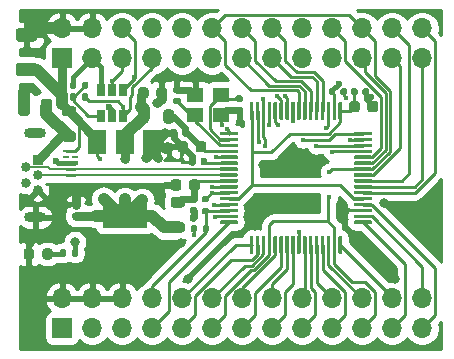
<source format=gbr>
%TF.GenerationSoftware,KiCad,Pcbnew,(5.1.8-0-10_14)*%
%TF.CreationDate,2020-11-28T23:42:33+01:00*%
%TF.ProjectId,FT2232Breakout,46543232-3332-4427-9265-616b6f75742e,rev?*%
%TF.SameCoordinates,Original*%
%TF.FileFunction,Copper,L1,Top*%
%TF.FilePolarity,Positive*%
%FSLAX46Y46*%
G04 Gerber Fmt 4.6, Leading zero omitted, Abs format (unit mm)*
G04 Created by KiCad (PCBNEW (5.1.8-0-10_14)) date 2020-11-28 23:42:33*
%MOMM*%
%LPD*%
G01*
G04 APERTURE LIST*
%TA.AperFunction,SMDPad,CuDef*%
%ADD10R,1.400000X1.200000*%
%TD*%
%TA.AperFunction,SMDPad,CuDef*%
%ADD11R,0.625000X0.250000*%
%TD*%
%TA.AperFunction,SMDPad,CuDef*%
%ADD12R,0.700000X0.450000*%
%TD*%
%TA.AperFunction,SMDPad,CuDef*%
%ADD13R,0.575000X0.450000*%
%TD*%
%TA.AperFunction,SMDPad,CuDef*%
%ADD14R,0.650000X1.060000*%
%TD*%
%TA.AperFunction,SMDPad,CuDef*%
%ADD15R,1.500000X2.000000*%
%TD*%
%TA.AperFunction,SMDPad,CuDef*%
%ADD16R,3.800000X2.000000*%
%TD*%
%TA.AperFunction,ComponentPad*%
%ADD17O,1.700000X1.700000*%
%TD*%
%TA.AperFunction,ComponentPad*%
%ADD18R,1.700000X1.700000*%
%TD*%
%TA.AperFunction,ComponentPad*%
%ADD19O,1.850000X0.850000*%
%TD*%
%TA.AperFunction,ComponentPad*%
%ADD20C,0.840000*%
%TD*%
%TA.AperFunction,ComponentPad*%
%ADD21R,0.840000X0.840000*%
%TD*%
%TA.AperFunction,ViaPad*%
%ADD22C,0.600000*%
%TD*%
%TA.AperFunction,ViaPad*%
%ADD23C,0.800000*%
%TD*%
%TA.AperFunction,ViaPad*%
%ADD24C,0.450000*%
%TD*%
%TA.AperFunction,Conductor*%
%ADD25C,0.400000*%
%TD*%
%TA.AperFunction,Conductor*%
%ADD26C,0.800000*%
%TD*%
%TA.AperFunction,Conductor*%
%ADD27C,0.250000*%
%TD*%
%TA.AperFunction,Conductor*%
%ADD28C,0.600000*%
%TD*%
%TA.AperFunction,Conductor*%
%ADD29C,1.000000*%
%TD*%
%TA.AperFunction,Conductor*%
%ADD30C,0.200000*%
%TD*%
%TA.AperFunction,Conductor*%
%ADD31C,0.254000*%
%TD*%
%TA.AperFunction,Conductor*%
%ADD32C,0.100000*%
%TD*%
G04 APERTURE END LIST*
%TO.P,R106,2*%
%TO.N,Net-(D101-Pad2)*%
%TA.AperFunction,SMDPad,CuDef*%
G36*
G01*
X109560000Y-95015000D02*
X109560000Y-95385000D01*
G75*
G02*
X109425000Y-95520000I-135000J0D01*
G01*
X109155000Y-95520000D01*
G75*
G02*
X109020000Y-95385000I0J135000D01*
G01*
X109020000Y-95015000D01*
G75*
G02*
X109155000Y-94880000I135000J0D01*
G01*
X109425000Y-94880000D01*
G75*
G02*
X109560000Y-95015000I0J-135000D01*
G01*
G37*
%TD.AperFunction*%
%TO.P,R106,1*%
%TO.N,+3V3*%
%TA.AperFunction,SMDPad,CuDef*%
G36*
G01*
X110580000Y-95015000D02*
X110580000Y-95385000D01*
G75*
G02*
X110445000Y-95520000I-135000J0D01*
G01*
X110175000Y-95520000D01*
G75*
G02*
X110040000Y-95385000I0J135000D01*
G01*
X110040000Y-95015000D01*
G75*
G02*
X110175000Y-94880000I135000J0D01*
G01*
X110445000Y-94880000D01*
G75*
G02*
X110580000Y-95015000I0J-135000D01*
G01*
G37*
%TD.AperFunction*%
%TD*%
%TO.P,D101,2*%
%TO.N,Net-(D101-Pad2)*%
%TA.AperFunction,SMDPad,CuDef*%
G36*
G01*
X107550000Y-95556250D02*
X107550000Y-95043750D01*
G75*
G02*
X107768750Y-94825000I218750J0D01*
G01*
X108206250Y-94825000D01*
G75*
G02*
X108425000Y-95043750I0J-218750D01*
G01*
X108425000Y-95556250D01*
G75*
G02*
X108206250Y-95775000I-218750J0D01*
G01*
X107768750Y-95775000D01*
G75*
G02*
X107550000Y-95556250I0J218750D01*
G01*
G37*
%TD.AperFunction*%
%TO.P,D101,1*%
%TO.N,GND*%
%TA.AperFunction,SMDPad,CuDef*%
G36*
G01*
X105975000Y-95556250D02*
X105975000Y-95043750D01*
G75*
G02*
X106193750Y-94825000I218750J0D01*
G01*
X106631250Y-94825000D01*
G75*
G02*
X106850000Y-95043750I0J-218750D01*
G01*
X106850000Y-95556250D01*
G75*
G02*
X106631250Y-95775000I-218750J0D01*
G01*
X106193750Y-95775000D01*
G75*
G02*
X105975000Y-95556250I0J218750D01*
G01*
G37*
%TD.AperFunction*%
%TD*%
%TO.P,C103,2*%
%TO.N,GND*%
%TA.AperFunction,SMDPad,CuDef*%
G36*
G01*
X119875000Y-85980000D02*
X119875000Y-86480000D01*
G75*
G02*
X119650000Y-86705000I-225000J0D01*
G01*
X119200000Y-86705000D01*
G75*
G02*
X118975000Y-86480000I0J225000D01*
G01*
X118975000Y-85980000D01*
G75*
G02*
X119200000Y-85755000I225000J0D01*
G01*
X119650000Y-85755000D01*
G75*
G02*
X119875000Y-85980000I0J-225000D01*
G01*
G37*
%TD.AperFunction*%
%TO.P,C103,1*%
%TO.N,/VPHY*%
%TA.AperFunction,SMDPad,CuDef*%
G36*
G01*
X121425000Y-85980000D02*
X121425000Y-86480000D01*
G75*
G02*
X121200000Y-86705000I-225000J0D01*
G01*
X120750000Y-86705000D01*
G75*
G02*
X120525000Y-86480000I0J225000D01*
G01*
X120525000Y-85980000D01*
G75*
G02*
X120750000Y-85755000I225000J0D01*
G01*
X121200000Y-85755000D01*
G75*
G02*
X121425000Y-85980000I0J-225000D01*
G01*
G37*
%TD.AperFunction*%
%TD*%
%TO.P,R105,2*%
%TO.N,/RESET#*%
%TA.AperFunction,SMDPad,CuDef*%
G36*
G01*
X121130000Y-93335000D02*
X121130000Y-92965000D01*
G75*
G02*
X121265000Y-92830000I135000J0D01*
G01*
X121535000Y-92830000D01*
G75*
G02*
X121670000Y-92965000I0J-135000D01*
G01*
X121670000Y-93335000D01*
G75*
G02*
X121535000Y-93470000I-135000J0D01*
G01*
X121265000Y-93470000D01*
G75*
G02*
X121130000Y-93335000I0J135000D01*
G01*
G37*
%TD.AperFunction*%
%TO.P,R105,1*%
%TO.N,+5V*%
%TA.AperFunction,SMDPad,CuDef*%
G36*
G01*
X120110000Y-93335000D02*
X120110000Y-92965000D01*
G75*
G02*
X120245000Y-92830000I135000J0D01*
G01*
X120515000Y-92830000D01*
G75*
G02*
X120650000Y-92965000I0J-135000D01*
G01*
X120650000Y-93335000D01*
G75*
G02*
X120515000Y-93470000I-135000J0D01*
G01*
X120245000Y-93470000D01*
G75*
G02*
X120110000Y-93335000I0J135000D01*
G01*
G37*
%TD.AperFunction*%
%TD*%
D10*
%TO.P,Y101,4*%
%TO.N,GND*%
X122680000Y-83510000D03*
%TO.P,Y101,3*%
%TO.N,Net-(C107-Pad2)*%
X120480000Y-83510000D03*
%TO.P,Y101,2*%
%TO.N,GND*%
X120480000Y-81810000D03*
%TO.P,Y101,1*%
%TO.N,Net-(C104-Pad2)*%
X122680000Y-81810000D03*
%TD*%
D11*
%TO.P,U402,2*%
%TO.N,/USB_D-*%
X110287500Y-88100000D03*
D12*
%TO.P,U402,3*%
%TO.N,GND*%
X110250000Y-87600000D03*
D11*
%TO.P,U402,1*%
%TO.N,/USB_D+*%
X110287500Y-88600000D03*
%TO.P,U402,4*%
%TO.N,N/C*%
X110287500Y-87100000D03*
%TO.P,U402,10*%
%TO.N,/USB_D+*%
X109512500Y-88600000D03*
%TO.P,U402,9*%
%TO.N,/USB_D-*%
X109512500Y-88100000D03*
%TO.P,U402,5*%
%TO.N,+5V*%
X110287500Y-86600000D03*
D13*
%TO.P,U402,8*%
%TO.N,GND*%
X109487500Y-87600000D03*
D11*
%TO.P,U402,6*%
%TO.N,+5V*%
X109512500Y-86600000D03*
%TO.P,U402,7*%
%TO.N,N/C*%
X109512500Y-87100000D03*
%TD*%
%TO.P,U103,64*%
%TO.N,/VCORE*%
%TA.AperFunction,SMDPad,CuDef*%
G36*
G01*
X125120000Y-83885000D02*
X125120000Y-82485000D01*
G75*
G02*
X125195000Y-82410000I75000J0D01*
G01*
X125345000Y-82410000D01*
G75*
G02*
X125420000Y-82485000I0J-75000D01*
G01*
X125420000Y-83885000D01*
G75*
G02*
X125345000Y-83960000I-75000J0D01*
G01*
X125195000Y-83960000D01*
G75*
G02*
X125120000Y-83885000I0J75000D01*
G01*
G37*
%TD.AperFunction*%
%TO.P,U103,63*%
%TO.N,/CS*%
%TA.AperFunction,SMDPad,CuDef*%
G36*
G01*
X125620000Y-83885000D02*
X125620000Y-82485000D01*
G75*
G02*
X125695000Y-82410000I75000J0D01*
G01*
X125845000Y-82410000D01*
G75*
G02*
X125920000Y-82485000I0J-75000D01*
G01*
X125920000Y-83885000D01*
G75*
G02*
X125845000Y-83960000I-75000J0D01*
G01*
X125695000Y-83960000D01*
G75*
G02*
X125620000Y-83885000I0J75000D01*
G01*
G37*
%TD.AperFunction*%
%TO.P,U103,62*%
%TO.N,/CLK*%
%TA.AperFunction,SMDPad,CuDef*%
G36*
G01*
X126120000Y-83885000D02*
X126120000Y-82485000D01*
G75*
G02*
X126195000Y-82410000I75000J0D01*
G01*
X126345000Y-82410000D01*
G75*
G02*
X126420000Y-82485000I0J-75000D01*
G01*
X126420000Y-83885000D01*
G75*
G02*
X126345000Y-83960000I-75000J0D01*
G01*
X126195000Y-83960000D01*
G75*
G02*
X126120000Y-83885000I0J75000D01*
G01*
G37*
%TD.AperFunction*%
%TO.P,U103,61*%
%TO.N,/DATA*%
%TA.AperFunction,SMDPad,CuDef*%
G36*
G01*
X126620000Y-83885000D02*
X126620000Y-82485000D01*
G75*
G02*
X126695000Y-82410000I75000J0D01*
G01*
X126845000Y-82410000D01*
G75*
G02*
X126920000Y-82485000I0J-75000D01*
G01*
X126920000Y-83885000D01*
G75*
G02*
X126845000Y-83960000I-75000J0D01*
G01*
X126695000Y-83960000D01*
G75*
G02*
X126620000Y-83885000I0J75000D01*
G01*
G37*
%TD.AperFunction*%
%TO.P,U103,60*%
%TO.N,/PWREN#*%
%TA.AperFunction,SMDPad,CuDef*%
G36*
G01*
X127120000Y-83885000D02*
X127120000Y-82485000D01*
G75*
G02*
X127195000Y-82410000I75000J0D01*
G01*
X127345000Y-82410000D01*
G75*
G02*
X127420000Y-82485000I0J-75000D01*
G01*
X127420000Y-83885000D01*
G75*
G02*
X127345000Y-83960000I-75000J0D01*
G01*
X127195000Y-83960000D01*
G75*
G02*
X127120000Y-83885000I0J75000D01*
G01*
G37*
%TD.AperFunction*%
%TO.P,U103,59*%
%TO.N,/BC7*%
%TA.AperFunction,SMDPad,CuDef*%
G36*
G01*
X127620000Y-83885000D02*
X127620000Y-82485000D01*
G75*
G02*
X127695000Y-82410000I75000J0D01*
G01*
X127845000Y-82410000D01*
G75*
G02*
X127920000Y-82485000I0J-75000D01*
G01*
X127920000Y-83885000D01*
G75*
G02*
X127845000Y-83960000I-75000J0D01*
G01*
X127695000Y-83960000D01*
G75*
G02*
X127620000Y-83885000I0J75000D01*
G01*
G37*
%TD.AperFunction*%
%TO.P,U103,58*%
%TO.N,/BC6*%
%TA.AperFunction,SMDPad,CuDef*%
G36*
G01*
X128120000Y-83885000D02*
X128120000Y-82485000D01*
G75*
G02*
X128195000Y-82410000I75000J0D01*
G01*
X128345000Y-82410000D01*
G75*
G02*
X128420000Y-82485000I0J-75000D01*
G01*
X128420000Y-83885000D01*
G75*
G02*
X128345000Y-83960000I-75000J0D01*
G01*
X128195000Y-83960000D01*
G75*
G02*
X128120000Y-83885000I0J75000D01*
G01*
G37*
%TD.AperFunction*%
%TO.P,U103,57*%
%TO.N,/BC5*%
%TA.AperFunction,SMDPad,CuDef*%
G36*
G01*
X128620000Y-83885000D02*
X128620000Y-82485000D01*
G75*
G02*
X128695000Y-82410000I75000J0D01*
G01*
X128845000Y-82410000D01*
G75*
G02*
X128920000Y-82485000I0J-75000D01*
G01*
X128920000Y-83885000D01*
G75*
G02*
X128845000Y-83960000I-75000J0D01*
G01*
X128695000Y-83960000D01*
G75*
G02*
X128620000Y-83885000I0J75000D01*
G01*
G37*
%TD.AperFunction*%
%TO.P,U103,56*%
%TO.N,/VIO*%
%TA.AperFunction,SMDPad,CuDef*%
G36*
G01*
X129120000Y-83885000D02*
X129120000Y-82485000D01*
G75*
G02*
X129195000Y-82410000I75000J0D01*
G01*
X129345000Y-82410000D01*
G75*
G02*
X129420000Y-82485000I0J-75000D01*
G01*
X129420000Y-83885000D01*
G75*
G02*
X129345000Y-83960000I-75000J0D01*
G01*
X129195000Y-83960000D01*
G75*
G02*
X129120000Y-83885000I0J75000D01*
G01*
G37*
%TD.AperFunction*%
%TO.P,U103,55*%
%TO.N,/BC4*%
%TA.AperFunction,SMDPad,CuDef*%
G36*
G01*
X129620000Y-83885000D02*
X129620000Y-82485000D01*
G75*
G02*
X129695000Y-82410000I75000J0D01*
G01*
X129845000Y-82410000D01*
G75*
G02*
X129920000Y-82485000I0J-75000D01*
G01*
X129920000Y-83885000D01*
G75*
G02*
X129845000Y-83960000I-75000J0D01*
G01*
X129695000Y-83960000D01*
G75*
G02*
X129620000Y-83885000I0J75000D01*
G01*
G37*
%TD.AperFunction*%
%TO.P,U103,54*%
%TO.N,/BC3*%
%TA.AperFunction,SMDPad,CuDef*%
G36*
G01*
X130120000Y-83885000D02*
X130120000Y-82485000D01*
G75*
G02*
X130195000Y-82410000I75000J0D01*
G01*
X130345000Y-82410000D01*
G75*
G02*
X130420000Y-82485000I0J-75000D01*
G01*
X130420000Y-83885000D01*
G75*
G02*
X130345000Y-83960000I-75000J0D01*
G01*
X130195000Y-83960000D01*
G75*
G02*
X130120000Y-83885000I0J75000D01*
G01*
G37*
%TD.AperFunction*%
%TO.P,U103,53*%
%TO.N,/BC2*%
%TA.AperFunction,SMDPad,CuDef*%
G36*
G01*
X130620000Y-83885000D02*
X130620000Y-82485000D01*
G75*
G02*
X130695000Y-82410000I75000J0D01*
G01*
X130845000Y-82410000D01*
G75*
G02*
X130920000Y-82485000I0J-75000D01*
G01*
X130920000Y-83885000D01*
G75*
G02*
X130845000Y-83960000I-75000J0D01*
G01*
X130695000Y-83960000D01*
G75*
G02*
X130620000Y-83885000I0J75000D01*
G01*
G37*
%TD.AperFunction*%
%TO.P,U103,52*%
%TO.N,/BC1*%
%TA.AperFunction,SMDPad,CuDef*%
G36*
G01*
X131120000Y-83885000D02*
X131120000Y-82485000D01*
G75*
G02*
X131195000Y-82410000I75000J0D01*
G01*
X131345000Y-82410000D01*
G75*
G02*
X131420000Y-82485000I0J-75000D01*
G01*
X131420000Y-83885000D01*
G75*
G02*
X131345000Y-83960000I-75000J0D01*
G01*
X131195000Y-83960000D01*
G75*
G02*
X131120000Y-83885000I0J75000D01*
G01*
G37*
%TD.AperFunction*%
%TO.P,U103,51*%
%TO.N,GND*%
%TA.AperFunction,SMDPad,CuDef*%
G36*
G01*
X131620000Y-83885000D02*
X131620000Y-82485000D01*
G75*
G02*
X131695000Y-82410000I75000J0D01*
G01*
X131845000Y-82410000D01*
G75*
G02*
X131920000Y-82485000I0J-75000D01*
G01*
X131920000Y-83885000D01*
G75*
G02*
X131845000Y-83960000I-75000J0D01*
G01*
X131695000Y-83960000D01*
G75*
G02*
X131620000Y-83885000I0J75000D01*
G01*
G37*
%TD.AperFunction*%
%TO.P,U103,50*%
%TO.N,+3V3*%
%TA.AperFunction,SMDPad,CuDef*%
G36*
G01*
X132120000Y-83885000D02*
X132120000Y-82485000D01*
G75*
G02*
X132195000Y-82410000I75000J0D01*
G01*
X132345000Y-82410000D01*
G75*
G02*
X132420000Y-82485000I0J-75000D01*
G01*
X132420000Y-83885000D01*
G75*
G02*
X132345000Y-83960000I-75000J0D01*
G01*
X132195000Y-83960000D01*
G75*
G02*
X132120000Y-83885000I0J75000D01*
G01*
G37*
%TD.AperFunction*%
%TO.P,U103,49*%
%TO.N,/VCORE*%
%TA.AperFunction,SMDPad,CuDef*%
G36*
G01*
X132620000Y-83885000D02*
X132620000Y-82485000D01*
G75*
G02*
X132695000Y-82410000I75000J0D01*
G01*
X132845000Y-82410000D01*
G75*
G02*
X132920000Y-82485000I0J-75000D01*
G01*
X132920000Y-83885000D01*
G75*
G02*
X132845000Y-83960000I-75000J0D01*
G01*
X132695000Y-83960000D01*
G75*
G02*
X132620000Y-83885000I0J75000D01*
G01*
G37*
%TD.AperFunction*%
%TO.P,U103,48*%
%TO.N,/BC0*%
%TA.AperFunction,SMDPad,CuDef*%
G36*
G01*
X133920000Y-85185000D02*
X133920000Y-85035000D01*
G75*
G02*
X133995000Y-84960000I75000J0D01*
G01*
X135395000Y-84960000D01*
G75*
G02*
X135470000Y-85035000I0J-75000D01*
G01*
X135470000Y-85185000D01*
G75*
G02*
X135395000Y-85260000I-75000J0D01*
G01*
X133995000Y-85260000D01*
G75*
G02*
X133920000Y-85185000I0J75000D01*
G01*
G37*
%TD.AperFunction*%
%TO.P,U103,47*%
%TO.N,GND*%
%TA.AperFunction,SMDPad,CuDef*%
G36*
G01*
X133920000Y-85685000D02*
X133920000Y-85535000D01*
G75*
G02*
X133995000Y-85460000I75000J0D01*
G01*
X135395000Y-85460000D01*
G75*
G02*
X135470000Y-85535000I0J-75000D01*
G01*
X135470000Y-85685000D01*
G75*
G02*
X135395000Y-85760000I-75000J0D01*
G01*
X133995000Y-85760000D01*
G75*
G02*
X133920000Y-85685000I0J75000D01*
G01*
G37*
%TD.AperFunction*%
%TO.P,U103,46*%
%TO.N,/BD7*%
%TA.AperFunction,SMDPad,CuDef*%
G36*
G01*
X133920000Y-86185000D02*
X133920000Y-86035000D01*
G75*
G02*
X133995000Y-85960000I75000J0D01*
G01*
X135395000Y-85960000D01*
G75*
G02*
X135470000Y-86035000I0J-75000D01*
G01*
X135470000Y-86185000D01*
G75*
G02*
X135395000Y-86260000I-75000J0D01*
G01*
X133995000Y-86260000D01*
G75*
G02*
X133920000Y-86185000I0J75000D01*
G01*
G37*
%TD.AperFunction*%
%TO.P,U103,45*%
%TO.N,/BD6*%
%TA.AperFunction,SMDPad,CuDef*%
G36*
G01*
X133920000Y-86685000D02*
X133920000Y-86535000D01*
G75*
G02*
X133995000Y-86460000I75000J0D01*
G01*
X135395000Y-86460000D01*
G75*
G02*
X135470000Y-86535000I0J-75000D01*
G01*
X135470000Y-86685000D01*
G75*
G02*
X135395000Y-86760000I-75000J0D01*
G01*
X133995000Y-86760000D01*
G75*
G02*
X133920000Y-86685000I0J75000D01*
G01*
G37*
%TD.AperFunction*%
%TO.P,U103,44*%
%TO.N,/BD5*%
%TA.AperFunction,SMDPad,CuDef*%
G36*
G01*
X133920000Y-87185000D02*
X133920000Y-87035000D01*
G75*
G02*
X133995000Y-86960000I75000J0D01*
G01*
X135395000Y-86960000D01*
G75*
G02*
X135470000Y-87035000I0J-75000D01*
G01*
X135470000Y-87185000D01*
G75*
G02*
X135395000Y-87260000I-75000J0D01*
G01*
X133995000Y-87260000D01*
G75*
G02*
X133920000Y-87185000I0J75000D01*
G01*
G37*
%TD.AperFunction*%
%TO.P,U103,43*%
%TO.N,/BD4*%
%TA.AperFunction,SMDPad,CuDef*%
G36*
G01*
X133920000Y-87685000D02*
X133920000Y-87535000D01*
G75*
G02*
X133995000Y-87460000I75000J0D01*
G01*
X135395000Y-87460000D01*
G75*
G02*
X135470000Y-87535000I0J-75000D01*
G01*
X135470000Y-87685000D01*
G75*
G02*
X135395000Y-87760000I-75000J0D01*
G01*
X133995000Y-87760000D01*
G75*
G02*
X133920000Y-87685000I0J75000D01*
G01*
G37*
%TD.AperFunction*%
%TO.P,U103,42*%
%TO.N,/VIO*%
%TA.AperFunction,SMDPad,CuDef*%
G36*
G01*
X133920000Y-88185000D02*
X133920000Y-88035000D01*
G75*
G02*
X133995000Y-87960000I75000J0D01*
G01*
X135395000Y-87960000D01*
G75*
G02*
X135470000Y-88035000I0J-75000D01*
G01*
X135470000Y-88185000D01*
G75*
G02*
X135395000Y-88260000I-75000J0D01*
G01*
X133995000Y-88260000D01*
G75*
G02*
X133920000Y-88185000I0J75000D01*
G01*
G37*
%TD.AperFunction*%
%TO.P,U103,41*%
%TO.N,/BD3*%
%TA.AperFunction,SMDPad,CuDef*%
G36*
G01*
X133920000Y-88685000D02*
X133920000Y-88535000D01*
G75*
G02*
X133995000Y-88460000I75000J0D01*
G01*
X135395000Y-88460000D01*
G75*
G02*
X135470000Y-88535000I0J-75000D01*
G01*
X135470000Y-88685000D01*
G75*
G02*
X135395000Y-88760000I-75000J0D01*
G01*
X133995000Y-88760000D01*
G75*
G02*
X133920000Y-88685000I0J75000D01*
G01*
G37*
%TD.AperFunction*%
%TO.P,U103,40*%
%TO.N,/BD2*%
%TA.AperFunction,SMDPad,CuDef*%
G36*
G01*
X133920000Y-89185000D02*
X133920000Y-89035000D01*
G75*
G02*
X133995000Y-88960000I75000J0D01*
G01*
X135395000Y-88960000D01*
G75*
G02*
X135470000Y-89035000I0J-75000D01*
G01*
X135470000Y-89185000D01*
G75*
G02*
X135395000Y-89260000I-75000J0D01*
G01*
X133995000Y-89260000D01*
G75*
G02*
X133920000Y-89185000I0J75000D01*
G01*
G37*
%TD.AperFunction*%
%TO.P,U103,39*%
%TO.N,/BD1*%
%TA.AperFunction,SMDPad,CuDef*%
G36*
G01*
X133920000Y-89685000D02*
X133920000Y-89535000D01*
G75*
G02*
X133995000Y-89460000I75000J0D01*
G01*
X135395000Y-89460000D01*
G75*
G02*
X135470000Y-89535000I0J-75000D01*
G01*
X135470000Y-89685000D01*
G75*
G02*
X135395000Y-89760000I-75000J0D01*
G01*
X133995000Y-89760000D01*
G75*
G02*
X133920000Y-89685000I0J75000D01*
G01*
G37*
%TD.AperFunction*%
%TO.P,U103,38*%
%TO.N,/BD0*%
%TA.AperFunction,SMDPad,CuDef*%
G36*
G01*
X133920000Y-90185000D02*
X133920000Y-90035000D01*
G75*
G02*
X133995000Y-89960000I75000J0D01*
G01*
X135395000Y-89960000D01*
G75*
G02*
X135470000Y-90035000I0J-75000D01*
G01*
X135470000Y-90185000D01*
G75*
G02*
X135395000Y-90260000I-75000J0D01*
G01*
X133995000Y-90260000D01*
G75*
G02*
X133920000Y-90185000I0J75000D01*
G01*
G37*
%TD.AperFunction*%
%TO.P,U103,37*%
%TO.N,/VCORE*%
%TA.AperFunction,SMDPad,CuDef*%
G36*
G01*
X133920000Y-90685000D02*
X133920000Y-90535000D01*
G75*
G02*
X133995000Y-90460000I75000J0D01*
G01*
X135395000Y-90460000D01*
G75*
G02*
X135470000Y-90535000I0J-75000D01*
G01*
X135470000Y-90685000D01*
G75*
G02*
X135395000Y-90760000I-75000J0D01*
G01*
X133995000Y-90760000D01*
G75*
G02*
X133920000Y-90685000I0J75000D01*
G01*
G37*
%TD.AperFunction*%
%TO.P,U103,36*%
%TO.N,/SUSPEND#*%
%TA.AperFunction,SMDPad,CuDef*%
G36*
G01*
X133920000Y-91185000D02*
X133920000Y-91035000D01*
G75*
G02*
X133995000Y-90960000I75000J0D01*
G01*
X135395000Y-90960000D01*
G75*
G02*
X135470000Y-91035000I0J-75000D01*
G01*
X135470000Y-91185000D01*
G75*
G02*
X135395000Y-91260000I-75000J0D01*
G01*
X133995000Y-91260000D01*
G75*
G02*
X133920000Y-91185000I0J75000D01*
G01*
G37*
%TD.AperFunction*%
%TO.P,U103,35*%
%TO.N,GND*%
%TA.AperFunction,SMDPad,CuDef*%
G36*
G01*
X133920000Y-91685000D02*
X133920000Y-91535000D01*
G75*
G02*
X133995000Y-91460000I75000J0D01*
G01*
X135395000Y-91460000D01*
G75*
G02*
X135470000Y-91535000I0J-75000D01*
G01*
X135470000Y-91685000D01*
G75*
G02*
X135395000Y-91760000I-75000J0D01*
G01*
X133995000Y-91760000D01*
G75*
G02*
X133920000Y-91685000I0J75000D01*
G01*
G37*
%TD.AperFunction*%
%TO.P,U103,34*%
%TO.N,/AC7*%
%TA.AperFunction,SMDPad,CuDef*%
G36*
G01*
X133920000Y-92185000D02*
X133920000Y-92035000D01*
G75*
G02*
X133995000Y-91960000I75000J0D01*
G01*
X135395000Y-91960000D01*
G75*
G02*
X135470000Y-92035000I0J-75000D01*
G01*
X135470000Y-92185000D01*
G75*
G02*
X135395000Y-92260000I-75000J0D01*
G01*
X133995000Y-92260000D01*
G75*
G02*
X133920000Y-92185000I0J75000D01*
G01*
G37*
%TD.AperFunction*%
%TO.P,U103,33*%
%TO.N,/AC6*%
%TA.AperFunction,SMDPad,CuDef*%
G36*
G01*
X133920000Y-92685000D02*
X133920000Y-92535000D01*
G75*
G02*
X133995000Y-92460000I75000J0D01*
G01*
X135395000Y-92460000D01*
G75*
G02*
X135470000Y-92535000I0J-75000D01*
G01*
X135470000Y-92685000D01*
G75*
G02*
X135395000Y-92760000I-75000J0D01*
G01*
X133995000Y-92760000D01*
G75*
G02*
X133920000Y-92685000I0J75000D01*
G01*
G37*
%TD.AperFunction*%
%TO.P,U103,32*%
%TO.N,/AC5*%
%TA.AperFunction,SMDPad,CuDef*%
G36*
G01*
X132620000Y-95235000D02*
X132620000Y-93835000D01*
G75*
G02*
X132695000Y-93760000I75000J0D01*
G01*
X132845000Y-93760000D01*
G75*
G02*
X132920000Y-93835000I0J-75000D01*
G01*
X132920000Y-95235000D01*
G75*
G02*
X132845000Y-95310000I-75000J0D01*
G01*
X132695000Y-95310000D01*
G75*
G02*
X132620000Y-95235000I0J75000D01*
G01*
G37*
%TD.AperFunction*%
%TO.P,U103,31*%
%TO.N,/VIO*%
%TA.AperFunction,SMDPad,CuDef*%
G36*
G01*
X132120000Y-95235000D02*
X132120000Y-93835000D01*
G75*
G02*
X132195000Y-93760000I75000J0D01*
G01*
X132345000Y-93760000D01*
G75*
G02*
X132420000Y-93835000I0J-75000D01*
G01*
X132420000Y-95235000D01*
G75*
G02*
X132345000Y-95310000I-75000J0D01*
G01*
X132195000Y-95310000D01*
G75*
G02*
X132120000Y-95235000I0J75000D01*
G01*
G37*
%TD.AperFunction*%
%TO.P,U103,30*%
%TO.N,/AC4*%
%TA.AperFunction,SMDPad,CuDef*%
G36*
G01*
X131620000Y-95235000D02*
X131620000Y-93835000D01*
G75*
G02*
X131695000Y-93760000I75000J0D01*
G01*
X131845000Y-93760000D01*
G75*
G02*
X131920000Y-93835000I0J-75000D01*
G01*
X131920000Y-95235000D01*
G75*
G02*
X131845000Y-95310000I-75000J0D01*
G01*
X131695000Y-95310000D01*
G75*
G02*
X131620000Y-95235000I0J75000D01*
G01*
G37*
%TD.AperFunction*%
%TO.P,U103,29*%
%TO.N,/AC3*%
%TA.AperFunction,SMDPad,CuDef*%
G36*
G01*
X131120000Y-95235000D02*
X131120000Y-93835000D01*
G75*
G02*
X131195000Y-93760000I75000J0D01*
G01*
X131345000Y-93760000D01*
G75*
G02*
X131420000Y-93835000I0J-75000D01*
G01*
X131420000Y-95235000D01*
G75*
G02*
X131345000Y-95310000I-75000J0D01*
G01*
X131195000Y-95310000D01*
G75*
G02*
X131120000Y-95235000I0J75000D01*
G01*
G37*
%TD.AperFunction*%
%TO.P,U103,28*%
%TO.N,/AC2*%
%TA.AperFunction,SMDPad,CuDef*%
G36*
G01*
X130620000Y-95235000D02*
X130620000Y-93835000D01*
G75*
G02*
X130695000Y-93760000I75000J0D01*
G01*
X130845000Y-93760000D01*
G75*
G02*
X130920000Y-93835000I0J-75000D01*
G01*
X130920000Y-95235000D01*
G75*
G02*
X130845000Y-95310000I-75000J0D01*
G01*
X130695000Y-95310000D01*
G75*
G02*
X130620000Y-95235000I0J75000D01*
G01*
G37*
%TD.AperFunction*%
%TO.P,U103,27*%
%TO.N,/AC1*%
%TA.AperFunction,SMDPad,CuDef*%
G36*
G01*
X130120000Y-95235000D02*
X130120000Y-93835000D01*
G75*
G02*
X130195000Y-93760000I75000J0D01*
G01*
X130345000Y-93760000D01*
G75*
G02*
X130420000Y-93835000I0J-75000D01*
G01*
X130420000Y-95235000D01*
G75*
G02*
X130345000Y-95310000I-75000J0D01*
G01*
X130195000Y-95310000D01*
G75*
G02*
X130120000Y-95235000I0J75000D01*
G01*
G37*
%TD.AperFunction*%
%TO.P,U103,26*%
%TO.N,/AC0*%
%TA.AperFunction,SMDPad,CuDef*%
G36*
G01*
X129620000Y-95235000D02*
X129620000Y-93835000D01*
G75*
G02*
X129695000Y-93760000I75000J0D01*
G01*
X129845000Y-93760000D01*
G75*
G02*
X129920000Y-93835000I0J-75000D01*
G01*
X129920000Y-95235000D01*
G75*
G02*
X129845000Y-95310000I-75000J0D01*
G01*
X129695000Y-95310000D01*
G75*
G02*
X129620000Y-95235000I0J75000D01*
G01*
G37*
%TD.AperFunction*%
%TO.P,U103,25*%
%TO.N,GND*%
%TA.AperFunction,SMDPad,CuDef*%
G36*
G01*
X129120000Y-95235000D02*
X129120000Y-93835000D01*
G75*
G02*
X129195000Y-93760000I75000J0D01*
G01*
X129345000Y-93760000D01*
G75*
G02*
X129420000Y-93835000I0J-75000D01*
G01*
X129420000Y-95235000D01*
G75*
G02*
X129345000Y-95310000I-75000J0D01*
G01*
X129195000Y-95310000D01*
G75*
G02*
X129120000Y-95235000I0J75000D01*
G01*
G37*
%TD.AperFunction*%
%TO.P,U103,24*%
%TO.N,/AD7*%
%TA.AperFunction,SMDPad,CuDef*%
G36*
G01*
X128620000Y-95235000D02*
X128620000Y-93835000D01*
G75*
G02*
X128695000Y-93760000I75000J0D01*
G01*
X128845000Y-93760000D01*
G75*
G02*
X128920000Y-93835000I0J-75000D01*
G01*
X128920000Y-95235000D01*
G75*
G02*
X128845000Y-95310000I-75000J0D01*
G01*
X128695000Y-95310000D01*
G75*
G02*
X128620000Y-95235000I0J75000D01*
G01*
G37*
%TD.AperFunction*%
%TO.P,U103,23*%
%TO.N,/AD6*%
%TA.AperFunction,SMDPad,CuDef*%
G36*
G01*
X128120000Y-95235000D02*
X128120000Y-93835000D01*
G75*
G02*
X128195000Y-93760000I75000J0D01*
G01*
X128345000Y-93760000D01*
G75*
G02*
X128420000Y-93835000I0J-75000D01*
G01*
X128420000Y-95235000D01*
G75*
G02*
X128345000Y-95310000I-75000J0D01*
G01*
X128195000Y-95310000D01*
G75*
G02*
X128120000Y-95235000I0J75000D01*
G01*
G37*
%TD.AperFunction*%
%TO.P,U103,22*%
%TO.N,/AD5*%
%TA.AperFunction,SMDPad,CuDef*%
G36*
G01*
X127620000Y-95235000D02*
X127620000Y-93835000D01*
G75*
G02*
X127695000Y-93760000I75000J0D01*
G01*
X127845000Y-93760000D01*
G75*
G02*
X127920000Y-93835000I0J-75000D01*
G01*
X127920000Y-95235000D01*
G75*
G02*
X127845000Y-95310000I-75000J0D01*
G01*
X127695000Y-95310000D01*
G75*
G02*
X127620000Y-95235000I0J75000D01*
G01*
G37*
%TD.AperFunction*%
%TO.P,U103,21*%
%TO.N,/AD4*%
%TA.AperFunction,SMDPad,CuDef*%
G36*
G01*
X127120000Y-95235000D02*
X127120000Y-93835000D01*
G75*
G02*
X127195000Y-93760000I75000J0D01*
G01*
X127345000Y-93760000D01*
G75*
G02*
X127420000Y-93835000I0J-75000D01*
G01*
X127420000Y-95235000D01*
G75*
G02*
X127345000Y-95310000I-75000J0D01*
G01*
X127195000Y-95310000D01*
G75*
G02*
X127120000Y-95235000I0J75000D01*
G01*
G37*
%TD.AperFunction*%
%TO.P,U103,20*%
%TO.N,/VIO*%
%TA.AperFunction,SMDPad,CuDef*%
G36*
G01*
X126620000Y-95235000D02*
X126620000Y-93835000D01*
G75*
G02*
X126695000Y-93760000I75000J0D01*
G01*
X126845000Y-93760000D01*
G75*
G02*
X126920000Y-93835000I0J-75000D01*
G01*
X126920000Y-95235000D01*
G75*
G02*
X126845000Y-95310000I-75000J0D01*
G01*
X126695000Y-95310000D01*
G75*
G02*
X126620000Y-95235000I0J75000D01*
G01*
G37*
%TD.AperFunction*%
%TO.P,U103,19*%
%TO.N,/AD3*%
%TA.AperFunction,SMDPad,CuDef*%
G36*
G01*
X126120000Y-95235000D02*
X126120000Y-93835000D01*
G75*
G02*
X126195000Y-93760000I75000J0D01*
G01*
X126345000Y-93760000D01*
G75*
G02*
X126420000Y-93835000I0J-75000D01*
G01*
X126420000Y-95235000D01*
G75*
G02*
X126345000Y-95310000I-75000J0D01*
G01*
X126195000Y-95310000D01*
G75*
G02*
X126120000Y-95235000I0J75000D01*
G01*
G37*
%TD.AperFunction*%
%TO.P,U103,18*%
%TO.N,/AD2*%
%TA.AperFunction,SMDPad,CuDef*%
G36*
G01*
X125620000Y-95235000D02*
X125620000Y-93835000D01*
G75*
G02*
X125695000Y-93760000I75000J0D01*
G01*
X125845000Y-93760000D01*
G75*
G02*
X125920000Y-93835000I0J-75000D01*
G01*
X125920000Y-95235000D01*
G75*
G02*
X125845000Y-95310000I-75000J0D01*
G01*
X125695000Y-95310000D01*
G75*
G02*
X125620000Y-95235000I0J75000D01*
G01*
G37*
%TD.AperFunction*%
%TO.P,U103,17*%
%TO.N,/AD1*%
%TA.AperFunction,SMDPad,CuDef*%
G36*
G01*
X125120000Y-95235000D02*
X125120000Y-93835000D01*
G75*
G02*
X125195000Y-93760000I75000J0D01*
G01*
X125345000Y-93760000D01*
G75*
G02*
X125420000Y-93835000I0J-75000D01*
G01*
X125420000Y-95235000D01*
G75*
G02*
X125345000Y-95310000I-75000J0D01*
G01*
X125195000Y-95310000D01*
G75*
G02*
X125120000Y-95235000I0J75000D01*
G01*
G37*
%TD.AperFunction*%
%TO.P,U103,16*%
%TO.N,/AD0*%
%TA.AperFunction,SMDPad,CuDef*%
G36*
G01*
X122570000Y-92685000D02*
X122570000Y-92535000D01*
G75*
G02*
X122645000Y-92460000I75000J0D01*
G01*
X124045000Y-92460000D01*
G75*
G02*
X124120000Y-92535000I0J-75000D01*
G01*
X124120000Y-92685000D01*
G75*
G02*
X124045000Y-92760000I-75000J0D01*
G01*
X122645000Y-92760000D01*
G75*
G02*
X122570000Y-92685000I0J75000D01*
G01*
G37*
%TD.AperFunction*%
%TO.P,U103,15*%
%TO.N,GND*%
%TA.AperFunction,SMDPad,CuDef*%
G36*
G01*
X122570000Y-92185000D02*
X122570000Y-92035000D01*
G75*
G02*
X122645000Y-91960000I75000J0D01*
G01*
X124045000Y-91960000D01*
G75*
G02*
X124120000Y-92035000I0J-75000D01*
G01*
X124120000Y-92185000D01*
G75*
G02*
X124045000Y-92260000I-75000J0D01*
G01*
X122645000Y-92260000D01*
G75*
G02*
X122570000Y-92185000I0J75000D01*
G01*
G37*
%TD.AperFunction*%
%TO.P,U103,14*%
%TO.N,/RESET#*%
%TA.AperFunction,SMDPad,CuDef*%
G36*
G01*
X122570000Y-91685000D02*
X122570000Y-91535000D01*
G75*
G02*
X122645000Y-91460000I75000J0D01*
G01*
X124045000Y-91460000D01*
G75*
G02*
X124120000Y-91535000I0J-75000D01*
G01*
X124120000Y-91685000D01*
G75*
G02*
X124045000Y-91760000I-75000J0D01*
G01*
X122645000Y-91760000D01*
G75*
G02*
X122570000Y-91685000I0J75000D01*
G01*
G37*
%TD.AperFunction*%
%TO.P,U103,13*%
%TO.N,GND*%
%TA.AperFunction,SMDPad,CuDef*%
G36*
G01*
X122570000Y-91185000D02*
X122570000Y-91035000D01*
G75*
G02*
X122645000Y-90960000I75000J0D01*
G01*
X124045000Y-90960000D01*
G75*
G02*
X124120000Y-91035000I0J-75000D01*
G01*
X124120000Y-91185000D01*
G75*
G02*
X124045000Y-91260000I-75000J0D01*
G01*
X122645000Y-91260000D01*
G75*
G02*
X122570000Y-91185000I0J75000D01*
G01*
G37*
%TD.AperFunction*%
%TO.P,U103,12*%
%TO.N,/VCORE*%
%TA.AperFunction,SMDPad,CuDef*%
G36*
G01*
X122570000Y-90685000D02*
X122570000Y-90535000D01*
G75*
G02*
X122645000Y-90460000I75000J0D01*
G01*
X124045000Y-90460000D01*
G75*
G02*
X124120000Y-90535000I0J-75000D01*
G01*
X124120000Y-90685000D01*
G75*
G02*
X124045000Y-90760000I-75000J0D01*
G01*
X122645000Y-90760000D01*
G75*
G02*
X122570000Y-90685000I0J75000D01*
G01*
G37*
%TD.AperFunction*%
%TO.P,U103,11*%
%TO.N,GND*%
%TA.AperFunction,SMDPad,CuDef*%
G36*
G01*
X122570000Y-90185000D02*
X122570000Y-90035000D01*
G75*
G02*
X122645000Y-89960000I75000J0D01*
G01*
X124045000Y-89960000D01*
G75*
G02*
X124120000Y-90035000I0J-75000D01*
G01*
X124120000Y-90185000D01*
G75*
G02*
X124045000Y-90260000I-75000J0D01*
G01*
X122645000Y-90260000D01*
G75*
G02*
X122570000Y-90185000I0J75000D01*
G01*
G37*
%TD.AperFunction*%
%TO.P,U103,10*%
%TA.AperFunction,SMDPad,CuDef*%
G36*
G01*
X122570000Y-89685000D02*
X122570000Y-89535000D01*
G75*
G02*
X122645000Y-89460000I75000J0D01*
G01*
X124045000Y-89460000D01*
G75*
G02*
X124120000Y-89535000I0J-75000D01*
G01*
X124120000Y-89685000D01*
G75*
G02*
X124045000Y-89760000I-75000J0D01*
G01*
X122645000Y-89760000D01*
G75*
G02*
X122570000Y-89685000I0J75000D01*
G01*
G37*
%TD.AperFunction*%
%TO.P,U103,9*%
%TO.N,/VPLL*%
%TA.AperFunction,SMDPad,CuDef*%
G36*
G01*
X122570000Y-89185000D02*
X122570000Y-89035000D01*
G75*
G02*
X122645000Y-88960000I75000J0D01*
G01*
X124045000Y-88960000D01*
G75*
G02*
X124120000Y-89035000I0J-75000D01*
G01*
X124120000Y-89185000D01*
G75*
G02*
X124045000Y-89260000I-75000J0D01*
G01*
X122645000Y-89260000D01*
G75*
G02*
X122570000Y-89185000I0J75000D01*
G01*
G37*
%TD.AperFunction*%
%TO.P,U103,8*%
%TO.N,/USB_D+*%
%TA.AperFunction,SMDPad,CuDef*%
G36*
G01*
X122570000Y-88685000D02*
X122570000Y-88535000D01*
G75*
G02*
X122645000Y-88460000I75000J0D01*
G01*
X124045000Y-88460000D01*
G75*
G02*
X124120000Y-88535000I0J-75000D01*
G01*
X124120000Y-88685000D01*
G75*
G02*
X124045000Y-88760000I-75000J0D01*
G01*
X122645000Y-88760000D01*
G75*
G02*
X122570000Y-88685000I0J75000D01*
G01*
G37*
%TD.AperFunction*%
%TO.P,U103,7*%
%TO.N,/USB_D-*%
%TA.AperFunction,SMDPad,CuDef*%
G36*
G01*
X122570000Y-88185000D02*
X122570000Y-88035000D01*
G75*
G02*
X122645000Y-87960000I75000J0D01*
G01*
X124045000Y-87960000D01*
G75*
G02*
X124120000Y-88035000I0J-75000D01*
G01*
X124120000Y-88185000D01*
G75*
G02*
X124045000Y-88260000I-75000J0D01*
G01*
X122645000Y-88260000D01*
G75*
G02*
X122570000Y-88185000I0J75000D01*
G01*
G37*
%TD.AperFunction*%
%TO.P,U103,6*%
%TO.N,Net-(R102-Pad1)*%
%TA.AperFunction,SMDPad,CuDef*%
G36*
G01*
X122570000Y-87685000D02*
X122570000Y-87535000D01*
G75*
G02*
X122645000Y-87460000I75000J0D01*
G01*
X124045000Y-87460000D01*
G75*
G02*
X124120000Y-87535000I0J-75000D01*
G01*
X124120000Y-87685000D01*
G75*
G02*
X124045000Y-87760000I-75000J0D01*
G01*
X122645000Y-87760000D01*
G75*
G02*
X122570000Y-87685000I0J75000D01*
G01*
G37*
%TD.AperFunction*%
%TO.P,U103,5*%
%TO.N,GND*%
%TA.AperFunction,SMDPad,CuDef*%
G36*
G01*
X122570000Y-87185000D02*
X122570000Y-87035000D01*
G75*
G02*
X122645000Y-86960000I75000J0D01*
G01*
X124045000Y-86960000D01*
G75*
G02*
X124120000Y-87035000I0J-75000D01*
G01*
X124120000Y-87185000D01*
G75*
G02*
X124045000Y-87260000I-75000J0D01*
G01*
X122645000Y-87260000D01*
G75*
G02*
X122570000Y-87185000I0J75000D01*
G01*
G37*
%TD.AperFunction*%
%TO.P,U103,4*%
%TO.N,/VPHY*%
%TA.AperFunction,SMDPad,CuDef*%
G36*
G01*
X122570000Y-86685000D02*
X122570000Y-86535000D01*
G75*
G02*
X122645000Y-86460000I75000J0D01*
G01*
X124045000Y-86460000D01*
G75*
G02*
X124120000Y-86535000I0J-75000D01*
G01*
X124120000Y-86685000D01*
G75*
G02*
X124045000Y-86760000I-75000J0D01*
G01*
X122645000Y-86760000D01*
G75*
G02*
X122570000Y-86685000I0J75000D01*
G01*
G37*
%TD.AperFunction*%
%TO.P,U103,3*%
%TO.N,Net-(C107-Pad2)*%
%TA.AperFunction,SMDPad,CuDef*%
G36*
G01*
X122570000Y-86185000D02*
X122570000Y-86035000D01*
G75*
G02*
X122645000Y-85960000I75000J0D01*
G01*
X124045000Y-85960000D01*
G75*
G02*
X124120000Y-86035000I0J-75000D01*
G01*
X124120000Y-86185000D01*
G75*
G02*
X124045000Y-86260000I-75000J0D01*
G01*
X122645000Y-86260000D01*
G75*
G02*
X122570000Y-86185000I0J75000D01*
G01*
G37*
%TD.AperFunction*%
%TO.P,U103,2*%
%TO.N,Net-(C104-Pad2)*%
%TA.AperFunction,SMDPad,CuDef*%
G36*
G01*
X122570000Y-85685000D02*
X122570000Y-85535000D01*
G75*
G02*
X122645000Y-85460000I75000J0D01*
G01*
X124045000Y-85460000D01*
G75*
G02*
X124120000Y-85535000I0J-75000D01*
G01*
X124120000Y-85685000D01*
G75*
G02*
X124045000Y-85760000I-75000J0D01*
G01*
X122645000Y-85760000D01*
G75*
G02*
X122570000Y-85685000I0J75000D01*
G01*
G37*
%TD.AperFunction*%
%TO.P,U103,1*%
%TO.N,GND*%
%TA.AperFunction,SMDPad,CuDef*%
G36*
G01*
X122570000Y-85185000D02*
X122570000Y-85035000D01*
G75*
G02*
X122645000Y-84960000I75000J0D01*
G01*
X124045000Y-84960000D01*
G75*
G02*
X124120000Y-85035000I0J-75000D01*
G01*
X124120000Y-85185000D01*
G75*
G02*
X124045000Y-85260000I-75000J0D01*
G01*
X122645000Y-85260000D01*
G75*
G02*
X122570000Y-85185000I0J75000D01*
G01*
G37*
%TD.AperFunction*%
%TD*%
D14*
%TO.P,U102,5*%
%TO.N,/CS*%
X113470000Y-81400000D03*
%TO.P,U102,6*%
%TO.N,+3V3*%
X112520000Y-81400000D03*
%TO.P,U102,4*%
%TO.N,/CLK*%
X114420000Y-81400000D03*
%TO.P,U102,3*%
%TO.N,/DATA*%
X114420000Y-83600000D03*
%TO.P,U102,2*%
%TO.N,GND*%
X113470000Y-83600000D03*
%TO.P,U102,1*%
%TO.N,Net-(R101-Pad2)*%
X112520000Y-83600000D03*
%TD*%
D15*
%TO.P,U101,1*%
%TO.N,GND*%
X116810000Y-85780000D03*
%TO.P,U101,3*%
%TO.N,+5V*%
X112210000Y-85780000D03*
%TO.P,U101,2*%
%TO.N,+3V3*%
X114510000Y-85780000D03*
D16*
X114510000Y-92080000D03*
%TD*%
%TO.P,R104,2*%
%TO.N,GND*%
%TA.AperFunction,SMDPad,CuDef*%
G36*
G01*
X121535000Y-90920000D02*
X121165000Y-90920000D01*
G75*
G02*
X121030000Y-90785000I0J135000D01*
G01*
X121030000Y-90515000D01*
G75*
G02*
X121165000Y-90380000I135000J0D01*
G01*
X121535000Y-90380000D01*
G75*
G02*
X121670000Y-90515000I0J-135000D01*
G01*
X121670000Y-90785000D01*
G75*
G02*
X121535000Y-90920000I-135000J0D01*
G01*
G37*
%TD.AperFunction*%
%TO.P,R104,1*%
%TO.N,/RESET#*%
%TA.AperFunction,SMDPad,CuDef*%
G36*
G01*
X121535000Y-91940000D02*
X121165000Y-91940000D01*
G75*
G02*
X121030000Y-91805000I0J135000D01*
G01*
X121030000Y-91535000D01*
G75*
G02*
X121165000Y-91400000I135000J0D01*
G01*
X121535000Y-91400000D01*
G75*
G02*
X121670000Y-91535000I0J-135000D01*
G01*
X121670000Y-91805000D01*
G75*
G02*
X121535000Y-91940000I-135000J0D01*
G01*
G37*
%TD.AperFunction*%
%TD*%
%TO.P,R103,2*%
%TO.N,Net-(R101-Pad2)*%
%TA.AperFunction,SMDPad,CuDef*%
G36*
G01*
X110420000Y-81825000D02*
X110420000Y-82195000D01*
G75*
G02*
X110285000Y-82330000I-135000J0D01*
G01*
X110015000Y-82330000D01*
G75*
G02*
X109880000Y-82195000I0J135000D01*
G01*
X109880000Y-81825000D01*
G75*
G02*
X110015000Y-81690000I135000J0D01*
G01*
X110285000Y-81690000D01*
G75*
G02*
X110420000Y-81825000I0J-135000D01*
G01*
G37*
%TD.AperFunction*%
%TO.P,R103,1*%
%TO.N,/DATA*%
%TA.AperFunction,SMDPad,CuDef*%
G36*
G01*
X111440000Y-81825000D02*
X111440000Y-82195000D01*
G75*
G02*
X111305000Y-82330000I-135000J0D01*
G01*
X111035000Y-82330000D01*
G75*
G02*
X110900000Y-82195000I0J135000D01*
G01*
X110900000Y-81825000D01*
G75*
G02*
X111035000Y-81690000I135000J0D01*
G01*
X111305000Y-81690000D01*
G75*
G02*
X111440000Y-81825000I0J-135000D01*
G01*
G37*
%TD.AperFunction*%
%TD*%
%TO.P,R102,2*%
%TO.N,GND*%
%TA.AperFunction,SMDPad,CuDef*%
G36*
G01*
X120470000Y-87285000D02*
X120470000Y-87655000D01*
G75*
G02*
X120335000Y-87790000I-135000J0D01*
G01*
X120065000Y-87790000D01*
G75*
G02*
X119930000Y-87655000I0J135000D01*
G01*
X119930000Y-87285000D01*
G75*
G02*
X120065000Y-87150000I135000J0D01*
G01*
X120335000Y-87150000D01*
G75*
G02*
X120470000Y-87285000I0J-135000D01*
G01*
G37*
%TD.AperFunction*%
%TO.P,R102,1*%
%TO.N,Net-(R102-Pad1)*%
%TA.AperFunction,SMDPad,CuDef*%
G36*
G01*
X121490000Y-87285000D02*
X121490000Y-87655000D01*
G75*
G02*
X121355000Y-87790000I-135000J0D01*
G01*
X121085000Y-87790000D01*
G75*
G02*
X120950000Y-87655000I0J135000D01*
G01*
X120950000Y-87285000D01*
G75*
G02*
X121085000Y-87150000I135000J0D01*
G01*
X121355000Y-87150000D01*
G75*
G02*
X121490000Y-87285000I0J-135000D01*
G01*
G37*
%TD.AperFunction*%
%TD*%
%TO.P,R101,2*%
%TO.N,Net-(R101-Pad2)*%
%TA.AperFunction,SMDPad,CuDef*%
G36*
G01*
X110900000Y-81215000D02*
X110900000Y-80845000D01*
G75*
G02*
X111035000Y-80710000I135000J0D01*
G01*
X111305000Y-80710000D01*
G75*
G02*
X111440000Y-80845000I0J-135000D01*
G01*
X111440000Y-81215000D01*
G75*
G02*
X111305000Y-81350000I-135000J0D01*
G01*
X111035000Y-81350000D01*
G75*
G02*
X110900000Y-81215000I0J135000D01*
G01*
G37*
%TD.AperFunction*%
%TO.P,R101,1*%
%TO.N,+3V3*%
%TA.AperFunction,SMDPad,CuDef*%
G36*
G01*
X109880000Y-81215000D02*
X109880000Y-80845000D01*
G75*
G02*
X110015000Y-80710000I135000J0D01*
G01*
X110285000Y-80710000D01*
G75*
G02*
X110420000Y-80845000I0J-135000D01*
G01*
X110420000Y-81215000D01*
G75*
G02*
X110285000Y-81350000I-135000J0D01*
G01*
X110015000Y-81350000D01*
G75*
G02*
X109880000Y-81215000I0J135000D01*
G01*
G37*
%TD.AperFunction*%
%TD*%
D17*
%TO.P,J103,26*%
%TO.N,/AC7*%
X139700000Y-99060000D03*
%TO.P,J103,25*%
%TO.N,/SUSPEND#*%
X139700000Y-101600000D03*
%TO.P,J103,24*%
%TO.N,/AC5*%
X137160000Y-99060000D03*
%TO.P,J103,23*%
%TO.N,/AC6*%
X137160000Y-101600000D03*
%TO.P,J103,22*%
%TO.N,/AC4*%
X134620000Y-99060000D03*
%TO.P,J103,21*%
%TO.N,/VIO*%
X134620000Y-101600000D03*
%TO.P,J103,20*%
%TO.N,/AC2*%
X132080000Y-99060000D03*
%TO.P,J103,19*%
%TO.N,/AC3*%
X132080000Y-101600000D03*
%TO.P,J103,18*%
%TO.N,/AC0*%
X129540000Y-99060000D03*
%TO.P,J103,17*%
%TO.N,/AC1*%
X129540000Y-101600000D03*
%TO.P,J103,16*%
%TO.N,/AD6*%
X127000000Y-99060000D03*
%TO.P,J103,15*%
%TO.N,/AD7*%
X127000000Y-101600000D03*
%TO.P,J103,14*%
%TO.N,/AD4*%
X124460000Y-99060000D03*
%TO.P,J103,13*%
%TO.N,/AD5*%
X124460000Y-101600000D03*
%TO.P,J103,12*%
%TO.N,/AD3*%
X121920000Y-99060000D03*
%TO.P,J103,11*%
%TO.N,/VIO*%
X121920000Y-101600000D03*
%TO.P,J103,10*%
%TO.N,/AD1*%
X119380000Y-99060000D03*
%TO.P,J103,9*%
%TO.N,/AD2*%
X119380000Y-101600000D03*
%TO.P,J103,8*%
%TO.N,/RESET#*%
X116840000Y-99060000D03*
%TO.P,J103,7*%
%TO.N,/AD0*%
X116840000Y-101600000D03*
%TO.P,J103,6*%
%TO.N,GND*%
X114300000Y-99060000D03*
%TO.P,J103,5*%
%TO.N,+3V3*%
X114300000Y-101600000D03*
%TO.P,J103,4*%
%TO.N,GND*%
X111760000Y-99060000D03*
%TO.P,J103,3*%
%TO.N,+3V3*%
X111760000Y-101600000D03*
%TO.P,J103,2*%
%TO.N,GND*%
X109220000Y-99060000D03*
D18*
%TO.P,J103,1*%
%TO.N,+3V3*%
X109220000Y-101600000D03*
%TD*%
D17*
%TO.P,J102,26*%
%TO.N,/BD0*%
X139700000Y-76200000D03*
%TO.P,J102,25*%
%TO.N,/BD1*%
X139700000Y-78740000D03*
%TO.P,J102,24*%
%TO.N,/BD2*%
X137160000Y-76200000D03*
%TO.P,J102,23*%
%TO.N,/BD3*%
X137160000Y-78740000D03*
%TO.P,J102,22*%
%TO.N,/VIO*%
X134620000Y-76200000D03*
%TO.P,J102,21*%
%TO.N,/BD4*%
X134620000Y-78740000D03*
%TO.P,J102,20*%
%TO.N,/BD5*%
X132080000Y-76200000D03*
%TO.P,J102,19*%
%TO.N,/BD6*%
X132080000Y-78740000D03*
%TO.P,J102,18*%
%TO.N,/BD7*%
X129540000Y-76200000D03*
%TO.P,J102,17*%
%TO.N,/BC0*%
X129540000Y-78740000D03*
%TO.P,J102,16*%
%TO.N,/BC1*%
X127000000Y-76200000D03*
%TO.P,J102,15*%
%TO.N,/BC2*%
X127000000Y-78740000D03*
%TO.P,J102,14*%
%TO.N,/BC3*%
X124460000Y-76200000D03*
%TO.P,J102,13*%
%TO.N,/BC4*%
X124460000Y-78740000D03*
%TO.P,J102,12*%
%TO.N,/VIO*%
X121920000Y-76200000D03*
%TO.P,J102,11*%
%TO.N,/BC5*%
X121920000Y-78740000D03*
%TO.P,J102,10*%
%TO.N,/BC6*%
X119380000Y-76200000D03*
%TO.P,J102,9*%
%TO.N,/BC7*%
X119380000Y-78740000D03*
%TO.P,J102,8*%
%TO.N,/PWREN#*%
X116840000Y-76200000D03*
%TO.P,J102,7*%
%TO.N,/DATA*%
X116840000Y-78740000D03*
%TO.P,J102,6*%
%TO.N,/CLK*%
X114300000Y-76200000D03*
%TO.P,J102,5*%
%TO.N,/CS*%
X114300000Y-78740000D03*
%TO.P,J102,4*%
%TO.N,GND*%
X111760000Y-76200000D03*
%TO.P,J102,3*%
%TO.N,+3V3*%
X111760000Y-78740000D03*
%TO.P,J102,2*%
%TO.N,GND*%
X109220000Y-76200000D03*
D18*
%TO.P,J102,1*%
%TO.N,+5V*%
X109220000Y-78740000D03*
%TD*%
D19*
%TO.P,J101,6*%
%TO.N,GND*%
X106940000Y-92175000D03*
X106940000Y-85025000D03*
D20*
%TO.P,J101,5*%
X107160000Y-89900000D03*
%TO.P,J101,4*%
%TO.N,N/C*%
X106160000Y-89250000D03*
%TO.P,J101,3*%
%TO.N,/USB_D+*%
X107160000Y-88600000D03*
%TO.P,J101,2*%
%TO.N,/USB_D-*%
X106160000Y-87950000D03*
D21*
%TO.P,J101,1*%
%TO.N,/VBUS*%
X107160000Y-87300000D03*
%TD*%
%TO.P,FB401,2*%
%TO.N,/VBUS*%
%TA.AperFunction,SMDPad,CuDef*%
G36*
G01*
X109418750Y-84905000D02*
X110181250Y-84905000D01*
G75*
G02*
X110400000Y-85123750I0J-218750D01*
G01*
X110400000Y-85561250D01*
G75*
G02*
X110181250Y-85780000I-218750J0D01*
G01*
X109418750Y-85780000D01*
G75*
G02*
X109200000Y-85561250I0J218750D01*
G01*
X109200000Y-85123750D01*
G75*
G02*
X109418750Y-84905000I218750J0D01*
G01*
G37*
%TD.AperFunction*%
%TO.P,FB401,1*%
%TO.N,+5V*%
%TA.AperFunction,SMDPad,CuDef*%
G36*
G01*
X109418750Y-82780000D02*
X110181250Y-82780000D01*
G75*
G02*
X110400000Y-82998750I0J-218750D01*
G01*
X110400000Y-83436250D01*
G75*
G02*
X110181250Y-83655000I-218750J0D01*
G01*
X109418750Y-83655000D01*
G75*
G02*
X109200000Y-83436250I0J218750D01*
G01*
X109200000Y-82998750D01*
G75*
G02*
X109418750Y-82780000I218750J0D01*
G01*
G37*
%TD.AperFunction*%
%TD*%
%TO.P,FB102,2*%
%TO.N,+3V3*%
%TA.AperFunction,SMDPad,CuDef*%
G36*
G01*
X116555000Y-83278750D02*
X116555000Y-84041250D01*
G75*
G02*
X116336250Y-84260000I-218750J0D01*
G01*
X115898750Y-84260000D01*
G75*
G02*
X115680000Y-84041250I0J218750D01*
G01*
X115680000Y-83278750D01*
G75*
G02*
X115898750Y-83060000I218750J0D01*
G01*
X116336250Y-83060000D01*
G75*
G02*
X116555000Y-83278750I0J-218750D01*
G01*
G37*
%TD.AperFunction*%
%TO.P,FB102,1*%
%TO.N,/VPHY*%
%TA.AperFunction,SMDPad,CuDef*%
G36*
G01*
X118680000Y-83278750D02*
X118680000Y-84041250D01*
G75*
G02*
X118461250Y-84260000I-218750J0D01*
G01*
X118023750Y-84260000D01*
G75*
G02*
X117805000Y-84041250I0J218750D01*
G01*
X117805000Y-83278750D01*
G75*
G02*
X118023750Y-83060000I218750J0D01*
G01*
X118461250Y-83060000D01*
G75*
G02*
X118680000Y-83278750I0J-218750D01*
G01*
G37*
%TD.AperFunction*%
%TD*%
%TO.P,FB101,2*%
%TO.N,+3V3*%
%TA.AperFunction,SMDPad,CuDef*%
G36*
G01*
X118628750Y-92615000D02*
X119391250Y-92615000D01*
G75*
G02*
X119610000Y-92833750I0J-218750D01*
G01*
X119610000Y-93271250D01*
G75*
G02*
X119391250Y-93490000I-218750J0D01*
G01*
X118628750Y-93490000D01*
G75*
G02*
X118410000Y-93271250I0J218750D01*
G01*
X118410000Y-92833750D01*
G75*
G02*
X118628750Y-92615000I218750J0D01*
G01*
G37*
%TD.AperFunction*%
%TO.P,FB101,1*%
%TO.N,/VPLL*%
%TA.AperFunction,SMDPad,CuDef*%
G36*
G01*
X118628750Y-90490000D02*
X119391250Y-90490000D01*
G75*
G02*
X119610000Y-90708750I0J-218750D01*
G01*
X119610000Y-91146250D01*
G75*
G02*
X119391250Y-91365000I-218750J0D01*
G01*
X118628750Y-91365000D01*
G75*
G02*
X118410000Y-91146250I0J218750D01*
G01*
X118410000Y-90708750D01*
G75*
G02*
X118628750Y-90490000I218750J0D01*
G01*
G37*
%TD.AperFunction*%
%TD*%
%TO.P,C503,2*%
%TO.N,GND*%
%TA.AperFunction,SMDPad,CuDef*%
G36*
G01*
X106500000Y-82415000D02*
X106500000Y-83365000D01*
G75*
G02*
X106250000Y-83615000I-250000J0D01*
G01*
X105750000Y-83615000D01*
G75*
G02*
X105500000Y-83365000I0J250000D01*
G01*
X105500000Y-82415000D01*
G75*
G02*
X105750000Y-82165000I250000J0D01*
G01*
X106250000Y-82165000D01*
G75*
G02*
X106500000Y-82415000I0J-250000D01*
G01*
G37*
%TD.AperFunction*%
%TO.P,C503,1*%
%TO.N,/VBUS*%
%TA.AperFunction,SMDPad,CuDef*%
G36*
G01*
X108400000Y-82415000D02*
X108400000Y-83365000D01*
G75*
G02*
X108150000Y-83615000I-250000J0D01*
G01*
X107650000Y-83615000D01*
G75*
G02*
X107400000Y-83365000I0J250000D01*
G01*
X107400000Y-82415000D01*
G75*
G02*
X107650000Y-82165000I250000J0D01*
G01*
X108150000Y-82165000D01*
G75*
G02*
X108400000Y-82415000I0J-250000D01*
G01*
G37*
%TD.AperFunction*%
%TD*%
%TO.P,C305,2*%
%TO.N,GND*%
%TA.AperFunction,SMDPad,CuDef*%
G36*
G01*
X110560000Y-91420000D02*
X110220000Y-91420000D01*
G75*
G02*
X110080000Y-91280000I0J140000D01*
G01*
X110080000Y-91000000D01*
G75*
G02*
X110220000Y-90860000I140000J0D01*
G01*
X110560000Y-90860000D01*
G75*
G02*
X110700000Y-91000000I0J-140000D01*
G01*
X110700000Y-91280000D01*
G75*
G02*
X110560000Y-91420000I-140000J0D01*
G01*
G37*
%TD.AperFunction*%
%TO.P,C305,1*%
%TO.N,+3V3*%
%TA.AperFunction,SMDPad,CuDef*%
G36*
G01*
X110560000Y-92380000D02*
X110220000Y-92380000D01*
G75*
G02*
X110080000Y-92240000I0J140000D01*
G01*
X110080000Y-91960000D01*
G75*
G02*
X110220000Y-91820000I140000J0D01*
G01*
X110560000Y-91820000D01*
G75*
G02*
X110700000Y-91960000I0J-140000D01*
G01*
X110700000Y-92240000D01*
G75*
G02*
X110560000Y-92380000I-140000J0D01*
G01*
G37*
%TD.AperFunction*%
%TD*%
%TO.P,C301,2*%
%TO.N,GND*%
%TA.AperFunction,SMDPad,CuDef*%
G36*
G01*
X106850001Y-77320000D02*
X105549999Y-77320000D01*
G75*
G02*
X105300000Y-77070001I0J249999D01*
G01*
X105300000Y-76419999D01*
G75*
G02*
X105549999Y-76170000I249999J0D01*
G01*
X106850001Y-76170000D01*
G75*
G02*
X107100000Y-76419999I0J-249999D01*
G01*
X107100000Y-77070001D01*
G75*
G02*
X106850001Y-77320000I-249999J0D01*
G01*
G37*
%TD.AperFunction*%
%TO.P,C301,1*%
%TO.N,+5V*%
%TA.AperFunction,SMDPad,CuDef*%
G36*
G01*
X106850001Y-80270000D02*
X105549999Y-80270000D01*
G75*
G02*
X105300000Y-80020001I0J249999D01*
G01*
X105300000Y-79369999D01*
G75*
G02*
X105549999Y-79120000I249999J0D01*
G01*
X106850001Y-79120000D01*
G75*
G02*
X107100000Y-79369999I0J-249999D01*
G01*
X107100000Y-80020001D01*
G75*
G02*
X106850001Y-80270000I-249999J0D01*
G01*
G37*
%TD.AperFunction*%
%TD*%
%TO.P,C110,2*%
%TO.N,GND*%
%TA.AperFunction,SMDPad,CuDef*%
G36*
G01*
X120190000Y-91340000D02*
X120530000Y-91340000D01*
G75*
G02*
X120670000Y-91480000I0J-140000D01*
G01*
X120670000Y-91760000D01*
G75*
G02*
X120530000Y-91900000I-140000J0D01*
G01*
X120190000Y-91900000D01*
G75*
G02*
X120050000Y-91760000I0J140000D01*
G01*
X120050000Y-91480000D01*
G75*
G02*
X120190000Y-91340000I140000J0D01*
G01*
G37*
%TD.AperFunction*%
%TO.P,C110,1*%
%TO.N,/VPLL*%
%TA.AperFunction,SMDPad,CuDef*%
G36*
G01*
X120190000Y-90380000D02*
X120530000Y-90380000D01*
G75*
G02*
X120670000Y-90520000I0J-140000D01*
G01*
X120670000Y-90800000D01*
G75*
G02*
X120530000Y-90940000I-140000J0D01*
G01*
X120190000Y-90940000D01*
G75*
G02*
X120050000Y-90800000I0J140000D01*
G01*
X120050000Y-90520000D01*
G75*
G02*
X120190000Y-90380000I140000J0D01*
G01*
G37*
%TD.AperFunction*%
%TD*%
%TO.P,C109,2*%
%TO.N,GND*%
%TA.AperFunction,SMDPad,CuDef*%
G36*
G01*
X119325000Y-89210000D02*
X119325000Y-89710000D01*
G75*
G02*
X119100000Y-89935000I-225000J0D01*
G01*
X118650000Y-89935000D01*
G75*
G02*
X118425000Y-89710000I0J225000D01*
G01*
X118425000Y-89210000D01*
G75*
G02*
X118650000Y-88985000I225000J0D01*
G01*
X119100000Y-88985000D01*
G75*
G02*
X119325000Y-89210000I0J-225000D01*
G01*
G37*
%TD.AperFunction*%
%TO.P,C109,1*%
%TO.N,/VPLL*%
%TA.AperFunction,SMDPad,CuDef*%
G36*
G01*
X120875000Y-89210000D02*
X120875000Y-89710000D01*
G75*
G02*
X120650000Y-89935000I-225000J0D01*
G01*
X120200000Y-89935000D01*
G75*
G02*
X119975000Y-89710000I0J225000D01*
G01*
X119975000Y-89210000D01*
G75*
G02*
X120200000Y-88985000I225000J0D01*
G01*
X120650000Y-88985000D01*
G75*
G02*
X120875000Y-89210000I0J-225000D01*
G01*
G37*
%TD.AperFunction*%
%TD*%
%TO.P,C108,2*%
%TO.N,GND*%
%TA.AperFunction,SMDPad,CuDef*%
G36*
G01*
X132770000Y-81740000D02*
X132770000Y-81400000D01*
G75*
G02*
X132910000Y-81260000I140000J0D01*
G01*
X133190000Y-81260000D01*
G75*
G02*
X133330000Y-81400000I0J-140000D01*
G01*
X133330000Y-81740000D01*
G75*
G02*
X133190000Y-81880000I-140000J0D01*
G01*
X132910000Y-81880000D01*
G75*
G02*
X132770000Y-81740000I0J140000D01*
G01*
G37*
%TD.AperFunction*%
%TO.P,C108,1*%
%TO.N,+3V3*%
%TA.AperFunction,SMDPad,CuDef*%
G36*
G01*
X131810000Y-81740000D02*
X131810000Y-81400000D01*
G75*
G02*
X131950000Y-81260000I140000J0D01*
G01*
X132230000Y-81260000D01*
G75*
G02*
X132370000Y-81400000I0J-140000D01*
G01*
X132370000Y-81740000D01*
G75*
G02*
X132230000Y-81880000I-140000J0D01*
G01*
X131950000Y-81880000D01*
G75*
G02*
X131810000Y-81740000I0J140000D01*
G01*
G37*
%TD.AperFunction*%
%TD*%
%TO.P,C107,2*%
%TO.N,Net-(C107-Pad2)*%
%TA.AperFunction,SMDPad,CuDef*%
G36*
G01*
X118780000Y-82080000D02*
X119120000Y-82080000D01*
G75*
G02*
X119260000Y-82220000I0J-140000D01*
G01*
X119260000Y-82500000D01*
G75*
G02*
X119120000Y-82640000I-140000J0D01*
G01*
X118780000Y-82640000D01*
G75*
G02*
X118640000Y-82500000I0J140000D01*
G01*
X118640000Y-82220000D01*
G75*
G02*
X118780000Y-82080000I140000J0D01*
G01*
G37*
%TD.AperFunction*%
%TO.P,C107,1*%
%TO.N,GND*%
%TA.AperFunction,SMDPad,CuDef*%
G36*
G01*
X118780000Y-81120000D02*
X119120000Y-81120000D01*
G75*
G02*
X119260000Y-81260000I0J-140000D01*
G01*
X119260000Y-81540000D01*
G75*
G02*
X119120000Y-81680000I-140000J0D01*
G01*
X118780000Y-81680000D01*
G75*
G02*
X118640000Y-81540000I0J140000D01*
G01*
X118640000Y-81260000D01*
G75*
G02*
X118780000Y-81120000I140000J0D01*
G01*
G37*
%TD.AperFunction*%
%TD*%
%TO.P,C106,2*%
%TO.N,GND*%
%TA.AperFunction,SMDPad,CuDef*%
G36*
G01*
X118940000Y-84850000D02*
X118940000Y-85190000D01*
G75*
G02*
X118800000Y-85330000I-140000J0D01*
G01*
X118520000Y-85330000D01*
G75*
G02*
X118380000Y-85190000I0J140000D01*
G01*
X118380000Y-84850000D01*
G75*
G02*
X118520000Y-84710000I140000J0D01*
G01*
X118800000Y-84710000D01*
G75*
G02*
X118940000Y-84850000I0J-140000D01*
G01*
G37*
%TD.AperFunction*%
%TO.P,C106,1*%
%TO.N,/VPHY*%
%TA.AperFunction,SMDPad,CuDef*%
G36*
G01*
X119900000Y-84850000D02*
X119900000Y-85190000D01*
G75*
G02*
X119760000Y-85330000I-140000J0D01*
G01*
X119480000Y-85330000D01*
G75*
G02*
X119340000Y-85190000I0J140000D01*
G01*
X119340000Y-84850000D01*
G75*
G02*
X119480000Y-84710000I140000J0D01*
G01*
X119760000Y-84710000D01*
G75*
G02*
X119900000Y-84850000I0J-140000D01*
G01*
G37*
%TD.AperFunction*%
%TD*%
%TO.P,C105,2*%
%TO.N,GND*%
%TA.AperFunction,SMDPad,CuDef*%
G36*
G01*
X134640000Y-81740000D02*
X134640000Y-81400000D01*
G75*
G02*
X134780000Y-81260000I140000J0D01*
G01*
X135060000Y-81260000D01*
G75*
G02*
X135200000Y-81400000I0J-140000D01*
G01*
X135200000Y-81740000D01*
G75*
G02*
X135060000Y-81880000I-140000J0D01*
G01*
X134780000Y-81880000D01*
G75*
G02*
X134640000Y-81740000I0J140000D01*
G01*
G37*
%TD.AperFunction*%
%TO.P,C105,1*%
%TO.N,/VCORE*%
%TA.AperFunction,SMDPad,CuDef*%
G36*
G01*
X133680000Y-81740000D02*
X133680000Y-81400000D01*
G75*
G02*
X133820000Y-81260000I140000J0D01*
G01*
X134100000Y-81260000D01*
G75*
G02*
X134240000Y-81400000I0J-140000D01*
G01*
X134240000Y-81740000D01*
G75*
G02*
X134100000Y-81880000I-140000J0D01*
G01*
X133820000Y-81880000D01*
G75*
G02*
X133680000Y-81740000I0J140000D01*
G01*
G37*
%TD.AperFunction*%
%TD*%
%TO.P,C104,2*%
%TO.N,Net-(C104-Pad2)*%
%TA.AperFunction,SMDPad,CuDef*%
G36*
G01*
X124380000Y-82430000D02*
X124040000Y-82430000D01*
G75*
G02*
X123900000Y-82290000I0J140000D01*
G01*
X123900000Y-82010000D01*
G75*
G02*
X124040000Y-81870000I140000J0D01*
G01*
X124380000Y-81870000D01*
G75*
G02*
X124520000Y-82010000I0J-140000D01*
G01*
X124520000Y-82290000D01*
G75*
G02*
X124380000Y-82430000I-140000J0D01*
G01*
G37*
%TD.AperFunction*%
%TO.P,C104,1*%
%TO.N,GND*%
%TA.AperFunction,SMDPad,CuDef*%
G36*
G01*
X124380000Y-83390000D02*
X124040000Y-83390000D01*
G75*
G02*
X123900000Y-83250000I0J140000D01*
G01*
X123900000Y-82970000D01*
G75*
G02*
X124040000Y-82830000I140000J0D01*
G01*
X124380000Y-82830000D01*
G75*
G02*
X124520000Y-82970000I0J-140000D01*
G01*
X124520000Y-83250000D01*
G75*
G02*
X124380000Y-83390000I-140000J0D01*
G01*
G37*
%TD.AperFunction*%
%TD*%
%TO.P,C102,2*%
%TO.N,GND*%
%TA.AperFunction,SMDPad,CuDef*%
G36*
G01*
X135075000Y-83070000D02*
X135075000Y-82570000D01*
G75*
G02*
X135300000Y-82345000I225000J0D01*
G01*
X135750000Y-82345000D01*
G75*
G02*
X135975000Y-82570000I0J-225000D01*
G01*
X135975000Y-83070000D01*
G75*
G02*
X135750000Y-83295000I-225000J0D01*
G01*
X135300000Y-83295000D01*
G75*
G02*
X135075000Y-83070000I0J225000D01*
G01*
G37*
%TD.AperFunction*%
%TO.P,C102,1*%
%TO.N,/VCORE*%
%TA.AperFunction,SMDPad,CuDef*%
G36*
G01*
X133525000Y-83070000D02*
X133525000Y-82570000D01*
G75*
G02*
X133750000Y-82345000I225000J0D01*
G01*
X134200000Y-82345000D01*
G75*
G02*
X134425000Y-82570000I0J-225000D01*
G01*
X134425000Y-83070000D01*
G75*
G02*
X134200000Y-83295000I-225000J0D01*
G01*
X133750000Y-83295000D01*
G75*
G02*
X133525000Y-83070000I0J225000D01*
G01*
G37*
%TD.AperFunction*%
%TD*%
%TO.P,C101,2*%
%TO.N,GND*%
%TA.AperFunction,SMDPad,CuDef*%
G36*
G01*
X117205000Y-81920000D02*
X117205000Y-81420000D01*
G75*
G02*
X117430000Y-81195000I225000J0D01*
G01*
X117880000Y-81195000D01*
G75*
G02*
X118105000Y-81420000I0J-225000D01*
G01*
X118105000Y-81920000D01*
G75*
G02*
X117880000Y-82145000I-225000J0D01*
G01*
X117430000Y-82145000D01*
G75*
G02*
X117205000Y-81920000I0J225000D01*
G01*
G37*
%TD.AperFunction*%
%TO.P,C101,1*%
%TO.N,+3V3*%
%TA.AperFunction,SMDPad,CuDef*%
G36*
G01*
X115655000Y-81920000D02*
X115655000Y-81420000D01*
G75*
G02*
X115880000Y-81195000I225000J0D01*
G01*
X116330000Y-81195000D01*
G75*
G02*
X116555000Y-81420000I0J-225000D01*
G01*
X116555000Y-81920000D01*
G75*
G02*
X116330000Y-82145000I-225000J0D01*
G01*
X115880000Y-82145000D01*
G75*
G02*
X115655000Y-81920000I0J225000D01*
G01*
G37*
%TD.AperFunction*%
%TD*%
D22*
%TO.N,GND*%
X108690000Y-87390000D03*
D23*
X117320000Y-87160000D03*
X116290000Y-87200000D03*
D24*
X122220000Y-87110000D03*
X119480000Y-87470000D03*
D22*
X119510000Y-81480000D03*
X123650000Y-83110000D03*
D23*
X106110000Y-81450000D03*
D22*
X120320000Y-92250000D03*
X118120000Y-89440000D03*
D23*
X117900000Y-86420000D03*
X117900000Y-85090000D03*
X117290000Y-82510000D03*
X110380000Y-90320000D03*
D24*
X121880000Y-90120000D03*
X121900000Y-89600000D03*
X122120000Y-91110000D03*
X122160000Y-92147000D03*
X123190000Y-84740000D03*
X122760000Y-84350000D03*
X133260000Y-82110000D03*
D22*
X135380000Y-82030000D03*
X113230000Y-82874999D03*
D24*
X133620000Y-85640000D03*
X133470000Y-91600000D03*
X129280000Y-93400000D03*
X131571280Y-84639470D03*
D23*
X106500000Y-94400000D03*
X106000000Y-103000000D03*
X106000000Y-75000000D03*
X141000000Y-75000000D03*
X141000000Y-103000000D03*
X141000000Y-95000000D03*
X141000000Y-90000000D03*
X141000000Y-92000000D03*
X129000000Y-88000000D03*
X128000000Y-91000000D03*
X119300000Y-94400000D03*
X119900000Y-97400000D03*
X137400000Y-97400000D03*
X136500000Y-91000000D03*
X126200000Y-87800000D03*
%TO.N,+3V3*%
X114540000Y-87270000D03*
X112080000Y-92090000D03*
X116850000Y-92050000D03*
X115940000Y-82880000D03*
X114530000Y-90670000D03*
X112740000Y-90640000D03*
X116000000Y-90740000D03*
D22*
X132670000Y-80870000D03*
D23*
X110300000Y-94300000D03*
D24*
%TO.N,+5V*%
X112470000Y-87290000D03*
X120360000Y-93650000D03*
%TO.N,/VIO*%
X131830000Y-90450000D03*
X131830000Y-88330000D03*
%TO.N,/BD6*%
X132080000Y-86630000D03*
%TO.N,/BD7*%
X130730000Y-86130000D03*
%TO.N,/BC0*%
X129600000Y-85620000D03*
%TO.N,/BC5*%
X128770000Y-84080000D03*
%TO.N,/BC6*%
X128072710Y-81922330D03*
%TO.N,/BC7*%
X127410420Y-81934620D03*
%TO.N,/PWREN#*%
X127510000Y-84340000D03*
%TO.N,/DATA*%
X126770000Y-84340000D03*
X114420000Y-82820000D03*
%TO.N,/CLK*%
X126390000Y-86140000D03*
X126242629Y-82147371D03*
X115331297Y-80347295D03*
%TO.N,/CS*%
X125920000Y-85790000D03*
X113470000Y-80620000D03*
%TD*%
D25*
%TO.N,GND*%
X110250000Y-87600000D02*
X109487500Y-87600000D01*
X108900000Y-87600000D02*
X108690000Y-87390000D01*
X109487500Y-87600000D02*
X108900000Y-87600000D01*
D26*
X116810000Y-86650000D02*
X117320000Y-87160000D01*
X116810000Y-85780000D02*
X116810000Y-86650000D01*
X116810000Y-86680000D02*
X116290000Y-87200000D01*
X116810000Y-85780000D02*
X116810000Y-86680000D01*
D27*
X116810000Y-85660000D02*
X116810000Y-85780000D01*
X123345000Y-87110000D02*
X122220000Y-87110000D01*
X120200000Y-87470000D02*
X119480000Y-87470000D01*
D28*
X120070000Y-81400000D02*
X119530000Y-81400000D01*
X120480000Y-81810000D02*
X120070000Y-81400000D01*
X123080000Y-83110000D02*
X122680000Y-83510000D01*
X124210000Y-83110000D02*
X123650000Y-83110000D01*
X119530000Y-81400000D02*
X118950000Y-81400000D01*
X123650000Y-83110000D02*
X123080000Y-83110000D01*
D29*
X106000000Y-81560000D02*
X106110000Y-81450000D01*
X106000000Y-82890000D02*
X106000000Y-81560000D01*
X106745000Y-76200000D02*
X106200000Y-76745000D01*
X109220000Y-76200000D02*
X106745000Y-76200000D01*
D28*
X120360000Y-92210000D02*
X120320000Y-92250000D01*
X120360000Y-91620000D02*
X120360000Y-92210000D01*
X118140000Y-89460000D02*
X118120000Y-89440000D01*
X118875000Y-89460000D02*
X118140000Y-89460000D01*
D26*
X117260000Y-85780000D02*
X117900000Y-86420000D01*
X116810000Y-85780000D02*
X117260000Y-85780000D01*
X117210000Y-85780000D02*
X117900000Y-85090000D01*
X116810000Y-85780000D02*
X117210000Y-85780000D01*
D28*
X118590000Y-85090000D02*
X118660000Y-85020000D01*
X117900000Y-85090000D02*
X118590000Y-85090000D01*
X118660000Y-85465000D02*
X118660000Y-85020000D01*
X119425000Y-86230000D02*
X118660000Y-85465000D01*
X120200000Y-87005000D02*
X119425000Y-86230000D01*
X120200000Y-87470000D02*
X120200000Y-87005000D01*
D26*
X117655000Y-82145000D02*
X117290000Y-82510000D01*
X117655000Y-81670000D02*
X117655000Y-82145000D01*
X110390000Y-90330000D02*
X110380000Y-90320000D01*
X110390000Y-91140000D02*
X110390000Y-90330000D01*
D27*
X121350000Y-90650000D02*
X121880000Y-90120000D01*
X121890000Y-90110000D02*
X121880000Y-90120000D01*
X123345000Y-90110000D02*
X121890000Y-90110000D01*
X121910000Y-89610000D02*
X121900000Y-89600000D01*
X123345000Y-89610000D02*
X121910000Y-89610000D01*
X123345000Y-91110000D02*
X122120000Y-91110000D01*
X122197000Y-92110000D02*
X122160000Y-92147000D01*
X123345000Y-92110000D02*
X122197000Y-92110000D01*
X123345000Y-84895000D02*
X123190000Y-84740000D01*
X123345000Y-85110000D02*
X123345000Y-84895000D01*
X122680000Y-84270000D02*
X122760000Y-84350000D01*
X122680000Y-83510000D02*
X122680000Y-84270000D01*
X133050000Y-81900000D02*
X133260000Y-82110000D01*
X133050000Y-81570000D02*
X133050000Y-81900000D01*
D25*
X134920000Y-82215000D02*
X135525000Y-82820000D01*
X134920000Y-81570000D02*
X134920000Y-82215000D01*
X135195000Y-82215000D02*
X135380000Y-82030000D01*
X134920000Y-82215000D02*
X135195000Y-82215000D01*
X113470000Y-83114999D02*
X113230000Y-82874999D01*
X113470000Y-83600000D02*
X113470000Y-83114999D01*
D27*
X133650000Y-85610000D02*
X133620000Y-85640000D01*
X134695000Y-85610000D02*
X133650000Y-85610000D01*
X133480000Y-91610000D02*
X133470000Y-91600000D01*
X134695000Y-91610000D02*
X133480000Y-91610000D01*
X129270000Y-93410000D02*
X129280000Y-93400000D01*
X129270000Y-94535000D02*
X129270000Y-93410000D01*
X131770000Y-84440750D02*
X131571280Y-84639470D01*
X131770000Y-83185000D02*
X131770000Y-84440750D01*
D25*
X106412500Y-94487500D02*
X106500000Y-94400000D01*
X106412500Y-95300000D02*
X106412500Y-94487500D01*
D26*
%TO.N,+3V3*%
X114510000Y-87240000D02*
X114540000Y-87270000D01*
X114510000Y-85780000D02*
X114510000Y-87240000D01*
D25*
X110150000Y-80350000D02*
X111760000Y-78740000D01*
X110150000Y-81030000D02*
X110150000Y-80350000D01*
X112520000Y-79500000D02*
X111760000Y-78740000D01*
X112520000Y-81400000D02*
X112520000Y-79500000D01*
D29*
X114510000Y-85267500D02*
X116117500Y-83660000D01*
X114510000Y-85780000D02*
X114510000Y-85267500D01*
X116117500Y-83057500D02*
X115940000Y-82880000D01*
X116117500Y-83660000D02*
X116117500Y-83057500D01*
X117852500Y-93052500D02*
X116850000Y-92050000D01*
X119010000Y-93052500D02*
X117852500Y-93052500D01*
X114540000Y-92050000D02*
X114510000Y-92080000D01*
X116850000Y-92050000D02*
X114540000Y-92050000D01*
X114500000Y-92090000D02*
X114510000Y-92080000D01*
X112080000Y-92090000D02*
X114500000Y-92090000D01*
X114510000Y-90690000D02*
X114530000Y-90670000D01*
X114510000Y-92080000D02*
X114510000Y-90690000D01*
X114180000Y-92080000D02*
X112740000Y-90640000D01*
X114510000Y-92080000D02*
X114180000Y-92080000D01*
X114660000Y-92080000D02*
X116000000Y-90740000D01*
X114510000Y-92080000D02*
X114660000Y-92080000D01*
D26*
X115940000Y-81835000D02*
X116105000Y-81670000D01*
X115940000Y-82880000D02*
X115940000Y-81835000D01*
X110400000Y-92090000D02*
X110390000Y-92100000D01*
X112080000Y-92090000D02*
X110400000Y-92090000D01*
D27*
X132270000Y-81750000D02*
X132090000Y-81570000D01*
X132270000Y-83185000D02*
X132270000Y-81750000D01*
D25*
X132090000Y-81450000D02*
X132670000Y-80870000D01*
X132090000Y-81570000D02*
X132090000Y-81450000D01*
X110310000Y-94310000D02*
X110300000Y-94300000D01*
X110310000Y-95200000D02*
X110310000Y-94310000D01*
D27*
%TO.N,/VCORE*%
X124120000Y-90610000D02*
X125270000Y-89460000D01*
X123345000Y-90610000D02*
X124120000Y-90610000D01*
X129110000Y-89460000D02*
X125270000Y-89460000D01*
X132770000Y-89460000D02*
X129110000Y-89460000D01*
X133920000Y-90610000D02*
X132770000Y-89460000D01*
X134695000Y-90610000D02*
X133920000Y-90610000D01*
X133610000Y-83185000D02*
X133975000Y-82820000D01*
X132770000Y-83185000D02*
X133610000Y-83185000D01*
X133975000Y-81585000D02*
X133960000Y-81570000D01*
X133975000Y-82820000D02*
X133975000Y-81585000D01*
X125270000Y-86690000D02*
X125270000Y-83185000D01*
X125270000Y-89460000D02*
X125270000Y-86690000D01*
X126930000Y-86690000D02*
X125270000Y-86690000D01*
X131800241Y-85116471D02*
X128503529Y-85116471D01*
X128503529Y-85116471D02*
X126930000Y-86690000D01*
X132770000Y-84146712D02*
X131800241Y-85116471D01*
X132770000Y-83185000D02*
X132770000Y-84146712D01*
D28*
%TO.N,/VPHY*%
X118680000Y-83660000D02*
X119620000Y-84600000D01*
X119620000Y-84600000D02*
X119620000Y-85020000D01*
X118242500Y-83660000D02*
X118680000Y-83660000D01*
X119765000Y-85020000D02*
X120975000Y-86230000D01*
X119620000Y-85020000D02*
X119765000Y-85020000D01*
D27*
X121355000Y-86610000D02*
X120975000Y-86230000D01*
X123345000Y-86610000D02*
X121355000Y-86610000D01*
%TO.N,Net-(C104-Pad2)*%
X121727999Y-82762001D02*
X122680000Y-81810000D01*
X122607536Y-85610000D02*
X121727999Y-84730463D01*
X121727999Y-84730463D02*
X121727999Y-82762001D01*
X123345000Y-85610000D02*
X122607536Y-85610000D01*
X123020000Y-82150000D02*
X122680000Y-81810000D01*
X124210000Y-82150000D02*
X123020000Y-82150000D01*
%TO.N,Net-(C107-Pad2)*%
X120480000Y-84020000D02*
X120480000Y-83510000D01*
X122570000Y-86110000D02*
X120480000Y-84020000D01*
X123345000Y-86110000D02*
X122570000Y-86110000D01*
X120100000Y-83510000D02*
X118950000Y-82360000D01*
X120480000Y-83510000D02*
X120100000Y-83510000D01*
D28*
%TO.N,/VPLL*%
X119277500Y-90660000D02*
X120360000Y-90660000D01*
X119010000Y-90927500D02*
X119277500Y-90660000D01*
X120360000Y-89525000D02*
X120425000Y-89460000D01*
X120360000Y-90660000D02*
X120360000Y-89525000D01*
D27*
X120775000Y-89110000D02*
X120425000Y-89460000D01*
X123345000Y-89110000D02*
X120775000Y-89110000D01*
%TO.N,+5V*%
X109512500Y-86600000D02*
X110287500Y-86600000D01*
X110652010Y-86235490D02*
X110287500Y-86600000D01*
X110652010Y-84069510D02*
X110652010Y-86235490D01*
X109800000Y-83217500D02*
X110652010Y-84069510D01*
D26*
X109220000Y-82637500D02*
X109800000Y-83217500D01*
X109220000Y-78740000D02*
X109220000Y-82637500D01*
X112210000Y-85627500D02*
X109800000Y-83217500D01*
X112210000Y-85780000D02*
X112210000Y-85627500D01*
D29*
X109220000Y-81815000D02*
X109220000Y-82637500D01*
X107100000Y-79695000D02*
X109220000Y-81815000D01*
X106200000Y-79695000D02*
X107100000Y-79695000D01*
D27*
X112210000Y-87030000D02*
X112470000Y-87290000D01*
X112210000Y-85780000D02*
X112210000Y-87030000D01*
X120360000Y-93170000D02*
X120380000Y-93150000D01*
X120360000Y-93650000D02*
X120360000Y-93170000D01*
D26*
%TO.N,/VBUS*%
X109117500Y-85342500D02*
X109800000Y-85342500D01*
X107160000Y-87300000D02*
X109117500Y-85342500D01*
D29*
X107900000Y-83442500D02*
X107900000Y-82890000D01*
X109800000Y-85342500D02*
X107900000Y-83442500D01*
D30*
%TO.N,/USB_D+*%
X123345000Y-88610000D02*
X123295000Y-88560000D01*
X107160000Y-88600000D02*
X109512500Y-88600000D01*
X123335000Y-88600000D02*
X123345000Y-88610000D01*
X110287500Y-88600000D02*
X123335000Y-88600000D01*
D27*
X109512500Y-88600000D02*
X110287500Y-88600000D01*
D30*
%TO.N,/USB_D-*%
X123345000Y-88110000D02*
X123295000Y-88160000D01*
X123335000Y-88100000D02*
X123345000Y-88110000D01*
X110287500Y-88100000D02*
X123335000Y-88100000D01*
X106160000Y-87950000D02*
X108010000Y-87950000D01*
X108160000Y-88100000D02*
X109512500Y-88100000D01*
X108010000Y-87950000D02*
X108160000Y-88100000D01*
D27*
X109512500Y-88100000D02*
X110287500Y-88100000D01*
%TO.N,/BD0*%
X139103172Y-90110000D02*
X134695000Y-90110000D01*
X140802001Y-88411171D02*
X139103172Y-90110000D01*
X140802001Y-77302001D02*
X140802001Y-88411171D01*
X139700000Y-76200000D02*
X140802001Y-77302001D01*
%TO.N,/BD1*%
X139700000Y-78740000D02*
X139700000Y-88980000D01*
X139070000Y-89610000D02*
X134695000Y-89610000D01*
X139700000Y-88980000D02*
X139070000Y-89610000D01*
%TO.N,/BD2*%
X137160000Y-76200000D02*
X138597999Y-77637999D01*
X134695000Y-89110000D02*
X137970000Y-89110000D01*
X138597999Y-88482001D02*
X138597999Y-77637999D01*
X137970000Y-89110000D02*
X138597999Y-88482001D01*
%TO.N,/BD3*%
X137790000Y-79370000D02*
X137160000Y-78740000D01*
X137790000Y-86351980D02*
X137790000Y-79370000D01*
X135531980Y-88610000D02*
X137790000Y-86351980D01*
X134695000Y-88610000D02*
X135531980Y-88610000D01*
%TO.N,/VIO*%
X126770000Y-95376344D02*
X125479334Y-96667010D01*
X126770000Y-94535000D02*
X126770000Y-95376344D01*
X123022001Y-98867037D02*
X123022001Y-100497999D01*
X123022001Y-100497999D02*
X121920000Y-101600000D01*
X125222028Y-96667010D02*
X123022001Y-98867037D01*
X125479334Y-96667010D02*
X125222028Y-96667010D01*
X135722001Y-100497999D02*
X135722001Y-98531039D01*
X135722001Y-98531039D02*
X134830962Y-97640000D01*
X134620000Y-101600000D02*
X135722001Y-100497999D01*
X134830962Y-97640000D02*
X133733172Y-97640000D01*
X132270000Y-96176828D02*
X132270000Y-94535000D01*
X133733172Y-97640000D02*
X132270000Y-96176828D01*
X129270000Y-83185000D02*
X129270000Y-81556344D01*
X129270000Y-81556344D02*
X129151696Y-81438040D01*
X123022001Y-79268961D02*
X123022001Y-77302001D01*
X123022001Y-77302001D02*
X121920000Y-76200000D01*
X125191080Y-81438040D02*
X123022001Y-79268961D01*
X129151696Y-81438040D02*
X125191080Y-81438040D01*
X133517999Y-75097999D02*
X134620000Y-76200000D01*
X123022001Y-75097999D02*
X133517999Y-75097999D01*
X121920000Y-76200000D02*
X123022001Y-75097999D01*
X135498808Y-88110000D02*
X134695000Y-88110000D01*
X136981029Y-86627779D02*
X135498808Y-88110000D01*
X136981030Y-81507858D02*
X136981029Y-86627779D01*
X135722001Y-80248829D02*
X136981030Y-81507858D01*
X135722001Y-77302001D02*
X135722001Y-80248829D01*
X134620000Y-76200000D02*
X135722001Y-77302001D01*
X126770000Y-94535000D02*
X126770000Y-92840000D01*
X126770000Y-92840000D02*
X127070000Y-92540000D01*
X127070000Y-92540000D02*
X131750000Y-92540000D01*
X132270000Y-93060000D02*
X132270000Y-94535000D01*
X131750000Y-92540000D02*
X132270000Y-93060000D01*
X131750000Y-90530000D02*
X131830000Y-90450000D01*
X131750000Y-92540000D02*
X131750000Y-90530000D01*
X132050000Y-88110000D02*
X131830000Y-88330000D01*
X134695000Y-88110000D02*
X132050000Y-88110000D01*
%TO.N,/BD4*%
X135465636Y-87610000D02*
X136604020Y-86471616D01*
X136604020Y-86471616D02*
X136604020Y-81664020D01*
X134695000Y-87610000D02*
X135465636Y-87610000D01*
X136604020Y-81664020D02*
X134830000Y-79890000D01*
X134830000Y-78950000D02*
X134620000Y-78740000D01*
X134830000Y-79890000D02*
X134830000Y-78950000D01*
%TO.N,/BD5*%
X133182001Y-77302001D02*
X132080000Y-76200000D01*
X136227010Y-81977972D02*
X133182001Y-78932963D01*
X136227010Y-86315454D02*
X136227010Y-81977972D01*
X135432464Y-87110000D02*
X136227010Y-86315454D01*
X133182001Y-78932963D02*
X133182001Y-77302001D01*
X134695000Y-87110000D02*
X135432464Y-87110000D01*
%TO.N,/BD6*%
X132100000Y-86610000D02*
X132080000Y-86630000D01*
X134695000Y-86610000D02*
X132100000Y-86610000D01*
%TO.N,/BD7*%
X134675000Y-86130000D02*
X134695000Y-86110000D01*
X130730000Y-86130000D02*
X134675000Y-86130000D01*
%TO.N,/BC0*%
X131829884Y-85620000D02*
X129600000Y-85620000D01*
X132339884Y-85110000D02*
X131829884Y-85620000D01*
X134695000Y-85110000D02*
X132339884Y-85110000D01*
%TO.N,/BC1*%
X128102001Y-78932963D02*
X129099038Y-79930000D01*
X128102001Y-77302001D02*
X128102001Y-78932963D01*
X127000000Y-76200000D02*
X128102001Y-77302001D01*
X129099038Y-79930000D02*
X130540000Y-79930000D01*
X131270000Y-80660000D02*
X130540000Y-79930000D01*
X131270000Y-83185000D02*
X131270000Y-80660000D01*
%TO.N,/BC2*%
X130770000Y-83185000D02*
X130770000Y-80693172D01*
X130383838Y-80307010D02*
X128567010Y-80307010D01*
X128567010Y-80307010D02*
X127000000Y-78740000D01*
X130770000Y-80693172D02*
X130383838Y-80307010D01*
%TO.N,/BC3*%
X130270000Y-81490000D02*
X129464020Y-80684020D01*
X130270000Y-83185000D02*
X130270000Y-81490000D01*
X125562001Y-77302001D02*
X124460000Y-76200000D01*
X125562001Y-78932963D02*
X125562001Y-77302001D01*
X127313058Y-80684020D02*
X125562001Y-78932963D01*
X129464020Y-80684020D02*
X127313058Y-80684020D01*
%TO.N,/BC4*%
X129770000Y-83185000D02*
X129770000Y-81523172D01*
X126781030Y-81061030D02*
X124460000Y-78740000D01*
X129307858Y-81061030D02*
X126781030Y-81061030D01*
X129770000Y-81523172D02*
X129307858Y-81061030D01*
%TO.N,/BC5*%
X128770000Y-84080000D02*
X128770000Y-83185000D01*
%TO.N,/BC6*%
X128270000Y-82119620D02*
X128072710Y-81922330D01*
X128270000Y-83185000D02*
X128270000Y-82119620D01*
%TO.N,/BC7*%
X127770000Y-82294200D02*
X127410420Y-81934620D01*
X127770000Y-83185000D02*
X127770000Y-82294200D01*
%TO.N,/PWREN#*%
X127270000Y-84100000D02*
X127510000Y-84340000D01*
X127270000Y-83185000D02*
X127270000Y-84100000D01*
%TO.N,/DATA*%
X111482999Y-82322999D02*
X111170000Y-82010000D01*
X113922999Y-82322999D02*
X111482999Y-82322999D01*
X114420000Y-82820000D02*
X113922999Y-82322999D01*
X116840000Y-78740000D02*
X116840000Y-79513172D01*
X116840000Y-79513172D02*
X115170000Y-81183172D01*
X114997001Y-81982999D02*
X114997001Y-83022999D01*
X115170000Y-81810000D02*
X114997001Y-81982999D01*
X114997001Y-83022999D02*
X114420000Y-83600000D01*
X115170000Y-81183172D02*
X115170000Y-81810000D01*
X114420000Y-83600000D02*
X114420000Y-82820000D01*
X126770000Y-83185000D02*
X126770000Y-84340000D01*
%TO.N,/CLK*%
X115402001Y-80417999D02*
X115402001Y-77302001D01*
X115402001Y-77302001D02*
X114300000Y-76200000D01*
X114420000Y-81400000D02*
X115402001Y-80417999D01*
X126397001Y-86132999D02*
X126390000Y-86140000D01*
X126397001Y-85561039D02*
X126397001Y-86132999D01*
X126270000Y-85434038D02*
X126397001Y-85561039D01*
X126270000Y-83185000D02*
X126270000Y-85434038D01*
X126270000Y-82174742D02*
X126242629Y-82147371D01*
X126270000Y-83185000D02*
X126270000Y-82174742D01*
%TO.N,/CS*%
X114300000Y-79790000D02*
X114300000Y-78740000D01*
X113470000Y-80620000D02*
X114300000Y-79790000D01*
X113470000Y-81400000D02*
X113470000Y-80620000D01*
X125770000Y-85640000D02*
X125920000Y-85790000D01*
X125770000Y-83185000D02*
X125770000Y-85640000D01*
%TO.N,/AC7*%
X139700000Y-96377536D02*
X135432464Y-92110000D01*
X135432464Y-92110000D02*
X134695000Y-92110000D01*
X139700000Y-99060000D02*
X139700000Y-96377536D01*
%TO.N,/SUSPEND#*%
X135432464Y-91110000D02*
X134695000Y-91110000D01*
X140802001Y-100497999D02*
X140802001Y-96479537D01*
X140802001Y-96479537D02*
X135432464Y-91110000D01*
X139700000Y-101600000D02*
X140802001Y-100497999D01*
%TO.N,/AC5*%
X137160000Y-98925000D02*
X137160000Y-99060000D01*
X132770000Y-94535000D02*
X137160000Y-98925000D01*
%TO.N,/AC6*%
X138262001Y-100497999D02*
X137160000Y-101600000D01*
X138262001Y-96177001D02*
X138262001Y-100497999D01*
X134695000Y-92610000D02*
X138262001Y-96177001D01*
%TO.N,/AC4*%
X131770000Y-96210000D02*
X134620000Y-99060000D01*
X131770000Y-94535000D02*
X131770000Y-96210000D01*
%TO.N,/AC2*%
X130770000Y-97750000D02*
X132080000Y-99060000D01*
X130770000Y-94535000D02*
X130770000Y-97750000D01*
%TO.N,/AC3*%
X133182001Y-100497999D02*
X132080000Y-101600000D01*
X133182001Y-98531039D02*
X133182001Y-100497999D01*
X131270000Y-96619038D02*
X133182001Y-98531039D01*
X131270000Y-94535000D02*
X131270000Y-96619038D01*
%TO.N,/AC0*%
X129770000Y-98830000D02*
X129540000Y-99060000D01*
X129770000Y-94535000D02*
X129770000Y-98830000D01*
%TO.N,/AC1*%
X130642001Y-100497999D02*
X129540000Y-101600000D01*
X130642001Y-98531039D02*
X130642001Y-100497999D01*
X130270000Y-98159038D02*
X130642001Y-98531039D01*
X130270000Y-94535000D02*
X130270000Y-98159038D01*
%TO.N,/AD6*%
X128270000Y-94535000D02*
X128270000Y-96540000D01*
X127000000Y-97810000D02*
X127000000Y-99060000D01*
X128270000Y-96540000D02*
X127000000Y-97810000D01*
%TO.N,/AD7*%
X128102001Y-100497999D02*
X127000000Y-101600000D01*
X128102001Y-98531039D02*
X128102001Y-100497999D01*
X128770000Y-97863040D02*
X128102001Y-98531039D01*
X128770000Y-94535000D02*
X128770000Y-97863040D01*
%TO.N,/AD4*%
X127270000Y-95409516D02*
X124460000Y-98219516D01*
X124460000Y-98219516D02*
X124460000Y-99060000D01*
X127270000Y-94535000D02*
X127270000Y-95409516D01*
%TO.N,/AD5*%
X125562001Y-100497999D02*
X124460000Y-101600000D01*
X125562001Y-98637999D02*
X125562001Y-100497999D01*
X127770000Y-96430000D02*
X125562001Y-98637999D01*
X127770000Y-94535000D02*
X127770000Y-96430000D01*
%TO.N,/AD3*%
X126270000Y-95343172D02*
X125323172Y-96290000D01*
X126270000Y-94535000D02*
X126270000Y-95343172D01*
X124690000Y-96290000D02*
X121920000Y-99060000D01*
X125323172Y-96290000D02*
X124690000Y-96290000D01*
%TO.N,/AD1*%
X123905000Y-94535000D02*
X119380000Y-99060000D01*
X125270000Y-94535000D02*
X123905000Y-94535000D01*
%TO.N,/AD2*%
X125770000Y-95310000D02*
X125280000Y-95800000D01*
X125770000Y-94535000D02*
X125770000Y-95310000D01*
X120482001Y-100497999D02*
X119380000Y-101600000D01*
X120482001Y-98867037D02*
X120482001Y-100497999D01*
X123549038Y-95800000D02*
X120482001Y-98867037D01*
X125280000Y-95800000D02*
X123549038Y-95800000D01*
%TO.N,/AD0*%
X118277999Y-100162001D02*
X116840000Y-101600000D01*
X118277999Y-97677001D02*
X118277999Y-100162001D01*
X123345000Y-92610000D02*
X118277999Y-97677001D01*
%TO.N,Net-(R101-Pad2)*%
X110150000Y-82301742D02*
X110150000Y-82010000D01*
X111448258Y-83600000D02*
X110150000Y-82301742D01*
X112520000Y-83600000D02*
X111448258Y-83600000D01*
X110190000Y-82010000D02*
X111170000Y-81030000D01*
X110150000Y-82010000D02*
X110190000Y-82010000D01*
%TO.N,Net-(R102-Pad1)*%
X121360000Y-87610000D02*
X121220000Y-87470000D01*
X123345000Y-87610000D02*
X121360000Y-87610000D01*
%TO.N,/RESET#*%
X121400000Y-91720000D02*
X121350000Y-91670000D01*
X121400000Y-93150000D02*
X121400000Y-91720000D01*
X123285000Y-91670000D02*
X123345000Y-91610000D01*
X121350000Y-91670000D02*
X123285000Y-91670000D01*
X116840000Y-98030000D02*
X116840000Y-99060000D01*
X121400000Y-93470000D02*
X116840000Y-98030000D01*
X121400000Y-93150000D02*
X121400000Y-93470000D01*
D25*
%TO.N,Net-(D101-Pad2)*%
X109190000Y-95300000D02*
X109290000Y-95200000D01*
X107987500Y-95300000D02*
X109190000Y-95300000D01*
%TD*%
D31*
%TO.N,GND*%
X109075518Y-89350812D02*
X109200000Y-89363072D01*
X109825000Y-89363072D01*
X109856192Y-89360000D01*
X109943808Y-89360000D01*
X109975000Y-89363072D01*
X110600000Y-89363072D01*
X110724482Y-89350812D01*
X110776607Y-89335000D01*
X119022000Y-89335000D01*
X119022000Y-89587000D01*
X119002000Y-89587000D01*
X119002000Y-89607000D01*
X118748000Y-89607000D01*
X118748000Y-89587000D01*
X117948750Y-89587000D01*
X117790000Y-89745750D01*
X117786928Y-89935000D01*
X117799188Y-90059482D01*
X117835498Y-90179180D01*
X117890224Y-90281564D01*
X117837150Y-90380858D01*
X117788392Y-90541592D01*
X117771928Y-90708750D01*
X117771928Y-91146250D01*
X117788392Y-91313408D01*
X117818808Y-91413677D01*
X117691996Y-91286864D01*
X117656449Y-91243551D01*
X117483623Y-91101716D01*
X117286447Y-90996324D01*
X117120212Y-90945897D01*
X117140490Y-90740001D01*
X117118577Y-90517502D01*
X117053675Y-90303554D01*
X116948283Y-90106378D01*
X116806448Y-89933552D01*
X116633622Y-89791717D01*
X116436446Y-89686325D01*
X116222498Y-89621423D01*
X115999999Y-89599510D01*
X115777500Y-89621423D01*
X115563553Y-89686325D01*
X115366377Y-89791717D01*
X115307647Y-89839915D01*
X115163622Y-89721717D01*
X114966446Y-89616325D01*
X114752498Y-89551424D01*
X114529999Y-89529510D01*
X114307501Y-89551424D01*
X114093553Y-89616325D01*
X113896377Y-89721717D01*
X113766857Y-89828012D01*
X113746860Y-89848009D01*
X113703552Y-89883551D01*
X113651774Y-89946643D01*
X113503143Y-89798012D01*
X113373622Y-89691717D01*
X113176446Y-89586324D01*
X112962498Y-89521423D01*
X112740000Y-89499509D01*
X112517502Y-89521423D01*
X112303554Y-89586324D01*
X112106378Y-89691717D01*
X111933552Y-89833552D01*
X111791717Y-90006378D01*
X111686324Y-90203554D01*
X111621423Y-90417502D01*
X111599509Y-90640000D01*
X111621423Y-90862498D01*
X111671574Y-91027824D01*
X111643553Y-91036324D01*
X111608612Y-91055000D01*
X111335000Y-91055000D01*
X111335000Y-91012998D01*
X111176252Y-91012998D01*
X111335000Y-90854250D01*
X111325235Y-90732652D01*
X111288377Y-90613122D01*
X111228908Y-90503079D01*
X111149113Y-90406753D01*
X111052059Y-90327844D01*
X110941476Y-90269386D01*
X110821613Y-90233625D01*
X110697077Y-90221935D01*
X110675750Y-90225000D01*
X110517000Y-90383750D01*
X110517000Y-91013000D01*
X110537000Y-91013000D01*
X110537000Y-91055000D01*
X110450827Y-91055000D01*
X110399999Y-91049994D01*
X110349171Y-91055000D01*
X110349162Y-91055000D01*
X110197105Y-91069976D01*
X110002007Y-91129159D01*
X109822203Y-91225266D01*
X109771350Y-91267000D01*
X109603750Y-91267000D01*
X109445000Y-91425750D01*
X109454765Y-91547348D01*
X109475641Y-91615047D01*
X109429160Y-91702007D01*
X109369977Y-91897105D01*
X109349994Y-92100000D01*
X109369977Y-92302895D01*
X109429160Y-92497993D01*
X109525266Y-92677797D01*
X109654604Y-92835396D01*
X109812203Y-92964734D01*
X109992007Y-93060840D01*
X110187105Y-93120023D01*
X110390000Y-93140006D01*
X110542362Y-93125000D01*
X111608612Y-93125000D01*
X111643553Y-93143676D01*
X111857501Y-93208577D01*
X111989370Y-93221565D01*
X112020498Y-93324180D01*
X112079463Y-93434494D01*
X112158815Y-93531185D01*
X112255506Y-93610537D01*
X112365820Y-93669502D01*
X112485518Y-93705812D01*
X112610000Y-93718072D01*
X116410000Y-93718072D01*
X116534482Y-93705812D01*
X116654180Y-93669502D01*
X116764494Y-93610537D01*
X116786964Y-93592096D01*
X117010508Y-93815640D01*
X117046051Y-93858949D01*
X117218877Y-94000784D01*
X117356372Y-94074276D01*
X117416053Y-94106176D01*
X117630001Y-94171077D01*
X117852499Y-94192991D01*
X117908251Y-94187500D01*
X119065752Y-94187500D01*
X119232499Y-94171077D01*
X119374266Y-94128072D01*
X119391250Y-94128072D01*
X119558408Y-94111608D01*
X119621363Y-94092511D01*
X119653937Y-94141261D01*
X116329003Y-97466196D01*
X116299999Y-97489999D01*
X116268800Y-97528016D01*
X116205026Y-97605724D01*
X116136053Y-97734762D01*
X116134454Y-97737754D01*
X116131531Y-97747390D01*
X115893368Y-97906525D01*
X115686525Y-98113368D01*
X115564805Y-98295534D01*
X115495178Y-98178645D01*
X115300269Y-97962412D01*
X115066920Y-97788359D01*
X114804099Y-97663175D01*
X114656890Y-97618524D01*
X114427000Y-97739845D01*
X114427000Y-98933000D01*
X114447000Y-98933000D01*
X114447000Y-99187000D01*
X114427000Y-99187000D01*
X114427000Y-99207000D01*
X114173000Y-99207000D01*
X114173000Y-99187000D01*
X111887000Y-99187000D01*
X111887000Y-99207000D01*
X111633000Y-99207000D01*
X111633000Y-99187000D01*
X109347000Y-99187000D01*
X109347000Y-99207000D01*
X109093000Y-99207000D01*
X109093000Y-99187000D01*
X107899186Y-99187000D01*
X107778519Y-99416891D01*
X107875843Y-99691252D01*
X108024822Y-99941355D01*
X108201626Y-100137502D01*
X108125820Y-100160498D01*
X108015506Y-100219463D01*
X107918815Y-100298815D01*
X107839463Y-100395506D01*
X107780498Y-100505820D01*
X107744188Y-100625518D01*
X107731928Y-100750000D01*
X107731928Y-102450000D01*
X107744188Y-102574482D01*
X107780498Y-102694180D01*
X107839463Y-102804494D01*
X107918815Y-102901185D01*
X108015506Y-102980537D01*
X108125820Y-103039502D01*
X108245518Y-103075812D01*
X108370000Y-103088072D01*
X110070000Y-103088072D01*
X110194482Y-103075812D01*
X110314180Y-103039502D01*
X110424494Y-102980537D01*
X110521185Y-102901185D01*
X110600537Y-102804494D01*
X110659502Y-102694180D01*
X110681513Y-102621620D01*
X110813368Y-102753475D01*
X111056589Y-102915990D01*
X111326842Y-103027932D01*
X111613740Y-103085000D01*
X111906260Y-103085000D01*
X112193158Y-103027932D01*
X112463411Y-102915990D01*
X112706632Y-102753475D01*
X112913475Y-102546632D01*
X113030000Y-102372240D01*
X113146525Y-102546632D01*
X113353368Y-102753475D01*
X113596589Y-102915990D01*
X113866842Y-103027932D01*
X114153740Y-103085000D01*
X114446260Y-103085000D01*
X114733158Y-103027932D01*
X115003411Y-102915990D01*
X115246632Y-102753475D01*
X115453475Y-102546632D01*
X115570000Y-102372240D01*
X115686525Y-102546632D01*
X115893368Y-102753475D01*
X116136589Y-102915990D01*
X116406842Y-103027932D01*
X116693740Y-103085000D01*
X116986260Y-103085000D01*
X117273158Y-103027932D01*
X117543411Y-102915990D01*
X117786632Y-102753475D01*
X117993475Y-102546632D01*
X118110000Y-102372240D01*
X118226525Y-102546632D01*
X118433368Y-102753475D01*
X118676589Y-102915990D01*
X118946842Y-103027932D01*
X119233740Y-103085000D01*
X119526260Y-103085000D01*
X119813158Y-103027932D01*
X120083411Y-102915990D01*
X120326632Y-102753475D01*
X120533475Y-102546632D01*
X120650000Y-102372240D01*
X120766525Y-102546632D01*
X120973368Y-102753475D01*
X121216589Y-102915990D01*
X121486842Y-103027932D01*
X121773740Y-103085000D01*
X122066260Y-103085000D01*
X122353158Y-103027932D01*
X122623411Y-102915990D01*
X122866632Y-102753475D01*
X123073475Y-102546632D01*
X123190000Y-102372240D01*
X123306525Y-102546632D01*
X123513368Y-102753475D01*
X123756589Y-102915990D01*
X124026842Y-103027932D01*
X124313740Y-103085000D01*
X124606260Y-103085000D01*
X124893158Y-103027932D01*
X125163411Y-102915990D01*
X125406632Y-102753475D01*
X125613475Y-102546632D01*
X125730000Y-102372240D01*
X125846525Y-102546632D01*
X126053368Y-102753475D01*
X126296589Y-102915990D01*
X126566842Y-103027932D01*
X126853740Y-103085000D01*
X127146260Y-103085000D01*
X127433158Y-103027932D01*
X127703411Y-102915990D01*
X127946632Y-102753475D01*
X128153475Y-102546632D01*
X128270000Y-102372240D01*
X128386525Y-102546632D01*
X128593368Y-102753475D01*
X128836589Y-102915990D01*
X129106842Y-103027932D01*
X129393740Y-103085000D01*
X129686260Y-103085000D01*
X129973158Y-103027932D01*
X130243411Y-102915990D01*
X130486632Y-102753475D01*
X130693475Y-102546632D01*
X130810000Y-102372240D01*
X130926525Y-102546632D01*
X131133368Y-102753475D01*
X131376589Y-102915990D01*
X131646842Y-103027932D01*
X131933740Y-103085000D01*
X132226260Y-103085000D01*
X132513158Y-103027932D01*
X132783411Y-102915990D01*
X133026632Y-102753475D01*
X133233475Y-102546632D01*
X133350000Y-102372240D01*
X133466525Y-102546632D01*
X133673368Y-102753475D01*
X133916589Y-102915990D01*
X134186842Y-103027932D01*
X134473740Y-103085000D01*
X134766260Y-103085000D01*
X135053158Y-103027932D01*
X135323411Y-102915990D01*
X135566632Y-102753475D01*
X135773475Y-102546632D01*
X135890000Y-102372240D01*
X136006525Y-102546632D01*
X136213368Y-102753475D01*
X136456589Y-102915990D01*
X136726842Y-103027932D01*
X137013740Y-103085000D01*
X137306260Y-103085000D01*
X137593158Y-103027932D01*
X137863411Y-102915990D01*
X138106632Y-102753475D01*
X138313475Y-102546632D01*
X138430000Y-102372240D01*
X138546525Y-102546632D01*
X138753368Y-102753475D01*
X138996589Y-102915990D01*
X139266842Y-103027932D01*
X139553740Y-103085000D01*
X139846260Y-103085000D01*
X140133158Y-103027932D01*
X140403411Y-102915990D01*
X140646632Y-102753475D01*
X140853475Y-102546632D01*
X141015990Y-102303411D01*
X141127932Y-102033158D01*
X141185000Y-101746260D01*
X141185000Y-101453740D01*
X141141210Y-101233592D01*
X141313005Y-101061797D01*
X141340001Y-101039642D01*
X141340001Y-103340000D01*
X105660000Y-103340000D01*
X105660000Y-98703109D01*
X107778519Y-98703109D01*
X107899186Y-98933000D01*
X109093000Y-98933000D01*
X109093000Y-97739845D01*
X109347000Y-97739845D01*
X109347000Y-98933000D01*
X111633000Y-98933000D01*
X111633000Y-97739845D01*
X111887000Y-97739845D01*
X111887000Y-98933000D01*
X114173000Y-98933000D01*
X114173000Y-97739845D01*
X113943110Y-97618524D01*
X113795901Y-97663175D01*
X113533080Y-97788359D01*
X113299731Y-97962412D01*
X113104822Y-98178645D01*
X113030000Y-98304255D01*
X112955178Y-98178645D01*
X112760269Y-97962412D01*
X112526920Y-97788359D01*
X112264099Y-97663175D01*
X112116890Y-97618524D01*
X111887000Y-97739845D01*
X111633000Y-97739845D01*
X111403110Y-97618524D01*
X111255901Y-97663175D01*
X110993080Y-97788359D01*
X110759731Y-97962412D01*
X110564822Y-98178645D01*
X110490000Y-98304255D01*
X110415178Y-98178645D01*
X110220269Y-97962412D01*
X109986920Y-97788359D01*
X109724099Y-97663175D01*
X109576890Y-97618524D01*
X109347000Y-97739845D01*
X109093000Y-97739845D01*
X108863110Y-97618524D01*
X108715901Y-97663175D01*
X108453080Y-97788359D01*
X108219731Y-97962412D01*
X108024822Y-98178645D01*
X107875843Y-98428748D01*
X107778519Y-98703109D01*
X105660000Y-98703109D01*
X105660000Y-96326647D01*
X105730820Y-96364502D01*
X105850518Y-96400812D01*
X105975000Y-96413072D01*
X106126750Y-96410000D01*
X106285500Y-96251250D01*
X106285500Y-95427000D01*
X106265500Y-95427000D01*
X106265500Y-95173000D01*
X106285500Y-95173000D01*
X106285500Y-94348750D01*
X106539500Y-94348750D01*
X106539500Y-95173000D01*
X106559500Y-95173000D01*
X106559500Y-95427000D01*
X106539500Y-95427000D01*
X106539500Y-96251250D01*
X106698250Y-96410000D01*
X106850000Y-96413072D01*
X106974482Y-96400812D01*
X107094180Y-96364502D01*
X107204494Y-96305537D01*
X107271070Y-96250900D01*
X107292725Y-96268671D01*
X107440858Y-96347850D01*
X107601592Y-96396608D01*
X107768750Y-96413072D01*
X108206250Y-96413072D01*
X108373408Y-96396608D01*
X108534142Y-96347850D01*
X108682275Y-96268671D01*
X108812115Y-96162115D01*
X108834368Y-96135000D01*
X108977090Y-96135000D01*
X109004181Y-96143218D01*
X109155000Y-96158072D01*
X109425000Y-96158072D01*
X109575819Y-96143218D01*
X109720842Y-96099225D01*
X109800000Y-96056914D01*
X109879158Y-96099225D01*
X110024181Y-96143218D01*
X110175000Y-96158072D01*
X110445000Y-96158072D01*
X110595819Y-96143218D01*
X110740842Y-96099225D01*
X110874496Y-96027786D01*
X110991644Y-95931644D01*
X111087786Y-95814496D01*
X111159225Y-95680842D01*
X111203218Y-95535819D01*
X111218072Y-95385000D01*
X111218072Y-95015000D01*
X111203218Y-94864181D01*
X111192162Y-94827735D01*
X111217205Y-94790256D01*
X111295226Y-94601898D01*
X111335000Y-94401939D01*
X111335000Y-94198061D01*
X111295226Y-93998102D01*
X111217205Y-93809744D01*
X111103937Y-93640226D01*
X110959774Y-93496063D01*
X110790256Y-93382795D01*
X110601898Y-93304774D01*
X110401939Y-93265000D01*
X110198061Y-93265000D01*
X109998102Y-93304774D01*
X109809744Y-93382795D01*
X109640226Y-93496063D01*
X109496063Y-93640226D01*
X109382795Y-93809744D01*
X109304774Y-93998102D01*
X109265000Y-94198061D01*
X109265000Y-94241928D01*
X109155000Y-94241928D01*
X109004181Y-94256782D01*
X108859158Y-94300775D01*
X108729495Y-94370081D01*
X108682275Y-94331329D01*
X108534142Y-94252150D01*
X108373408Y-94203392D01*
X108206250Y-94186928D01*
X107768750Y-94186928D01*
X107601592Y-94203392D01*
X107440858Y-94252150D01*
X107292725Y-94331329D01*
X107271070Y-94349100D01*
X107204494Y-94294463D01*
X107094180Y-94235498D01*
X106974482Y-94199188D01*
X106850000Y-94186928D01*
X106698250Y-94190000D01*
X106539500Y-94348750D01*
X106285500Y-94348750D01*
X106126750Y-94190000D01*
X105975000Y-94186928D01*
X105850518Y-94199188D01*
X105730820Y-94235498D01*
X105660000Y-94273353D01*
X105660000Y-92896621D01*
X105745499Y-92985801D01*
X105917023Y-93105712D01*
X106108645Y-93189856D01*
X106313000Y-93235000D01*
X106813000Y-93235000D01*
X106813000Y-92302000D01*
X107067000Y-92302000D01*
X107067000Y-93235000D01*
X107567000Y-93235000D01*
X107771355Y-93189856D01*
X107962977Y-93105712D01*
X108134501Y-92985801D01*
X108279336Y-92834731D01*
X108391916Y-92658308D01*
X108459540Y-92465062D01*
X108332257Y-92302000D01*
X107067000Y-92302000D01*
X106813000Y-92302000D01*
X106793000Y-92302000D01*
X106793000Y-92048000D01*
X106813000Y-92048000D01*
X106813000Y-91115000D01*
X107067000Y-91115000D01*
X107067000Y-92048000D01*
X108332257Y-92048000D01*
X108459540Y-91884938D01*
X108391916Y-91691692D01*
X108279336Y-91515269D01*
X108134501Y-91364199D01*
X107962977Y-91244288D01*
X107771355Y-91160144D01*
X107567000Y-91115000D01*
X107067000Y-91115000D01*
X106813000Y-91115000D01*
X106313000Y-91115000D01*
X106108645Y-91160144D01*
X105917023Y-91244288D01*
X105745499Y-91364199D01*
X105660000Y-91453379D01*
X105660000Y-90620798D01*
X106618807Y-90620798D01*
X106644119Y-90826115D01*
X106834708Y-90908963D01*
X107037796Y-90953038D01*
X107245582Y-90956645D01*
X107450079Y-90919646D01*
X107616048Y-90854250D01*
X109445000Y-90854250D01*
X109603750Y-91013000D01*
X110263000Y-91013000D01*
X110263000Y-90383750D01*
X110104250Y-90225000D01*
X110082923Y-90221935D01*
X109958387Y-90233625D01*
X109838524Y-90269386D01*
X109727941Y-90327844D01*
X109630887Y-90406753D01*
X109551092Y-90503079D01*
X109491623Y-90613122D01*
X109454765Y-90732652D01*
X109445000Y-90854250D01*
X107616048Y-90854250D01*
X107643428Y-90843462D01*
X107675881Y-90826115D01*
X107701193Y-90620798D01*
X107160000Y-90079605D01*
X106618807Y-90620798D01*
X105660000Y-90620798D01*
X105660000Y-90184749D01*
X105660270Y-90184929D01*
X105852268Y-90264457D01*
X106056092Y-90305000D01*
X106185636Y-90305000D01*
X106216538Y-90383428D01*
X106233885Y-90415881D01*
X106439202Y-90441193D01*
X106767427Y-90112968D01*
X106832523Y-90069472D01*
X106979472Y-89922523D01*
X107079925Y-89772185D01*
X107145858Y-89706253D01*
X107160000Y-89720395D01*
X107174143Y-89706253D01*
X107353748Y-89885858D01*
X107339605Y-89900000D01*
X107880798Y-90441193D01*
X108086115Y-90415881D01*
X108168963Y-90225292D01*
X108213038Y-90022204D01*
X108216645Y-89814418D01*
X108179646Y-89609921D01*
X108103462Y-89416572D01*
X108086115Y-89384119D01*
X107891828Y-89360167D01*
X107916995Y-89335000D01*
X109023393Y-89335000D01*
X109075518Y-89350812D01*
%TA.AperFunction,Conductor*%
D32*
G36*
X109075518Y-89350812D02*
G01*
X109200000Y-89363072D01*
X109825000Y-89363072D01*
X109856192Y-89360000D01*
X109943808Y-89360000D01*
X109975000Y-89363072D01*
X110600000Y-89363072D01*
X110724482Y-89350812D01*
X110776607Y-89335000D01*
X119022000Y-89335000D01*
X119022000Y-89587000D01*
X119002000Y-89587000D01*
X119002000Y-89607000D01*
X118748000Y-89607000D01*
X118748000Y-89587000D01*
X117948750Y-89587000D01*
X117790000Y-89745750D01*
X117786928Y-89935000D01*
X117799188Y-90059482D01*
X117835498Y-90179180D01*
X117890224Y-90281564D01*
X117837150Y-90380858D01*
X117788392Y-90541592D01*
X117771928Y-90708750D01*
X117771928Y-91146250D01*
X117788392Y-91313408D01*
X117818808Y-91413677D01*
X117691996Y-91286864D01*
X117656449Y-91243551D01*
X117483623Y-91101716D01*
X117286447Y-90996324D01*
X117120212Y-90945897D01*
X117140490Y-90740001D01*
X117118577Y-90517502D01*
X117053675Y-90303554D01*
X116948283Y-90106378D01*
X116806448Y-89933552D01*
X116633622Y-89791717D01*
X116436446Y-89686325D01*
X116222498Y-89621423D01*
X115999999Y-89599510D01*
X115777500Y-89621423D01*
X115563553Y-89686325D01*
X115366377Y-89791717D01*
X115307647Y-89839915D01*
X115163622Y-89721717D01*
X114966446Y-89616325D01*
X114752498Y-89551424D01*
X114529999Y-89529510D01*
X114307501Y-89551424D01*
X114093553Y-89616325D01*
X113896377Y-89721717D01*
X113766857Y-89828012D01*
X113746860Y-89848009D01*
X113703552Y-89883551D01*
X113651774Y-89946643D01*
X113503143Y-89798012D01*
X113373622Y-89691717D01*
X113176446Y-89586324D01*
X112962498Y-89521423D01*
X112740000Y-89499509D01*
X112517502Y-89521423D01*
X112303554Y-89586324D01*
X112106378Y-89691717D01*
X111933552Y-89833552D01*
X111791717Y-90006378D01*
X111686324Y-90203554D01*
X111621423Y-90417502D01*
X111599509Y-90640000D01*
X111621423Y-90862498D01*
X111671574Y-91027824D01*
X111643553Y-91036324D01*
X111608612Y-91055000D01*
X111335000Y-91055000D01*
X111335000Y-91012998D01*
X111176252Y-91012998D01*
X111335000Y-90854250D01*
X111325235Y-90732652D01*
X111288377Y-90613122D01*
X111228908Y-90503079D01*
X111149113Y-90406753D01*
X111052059Y-90327844D01*
X110941476Y-90269386D01*
X110821613Y-90233625D01*
X110697077Y-90221935D01*
X110675750Y-90225000D01*
X110517000Y-90383750D01*
X110517000Y-91013000D01*
X110537000Y-91013000D01*
X110537000Y-91055000D01*
X110450827Y-91055000D01*
X110399999Y-91049994D01*
X110349171Y-91055000D01*
X110349162Y-91055000D01*
X110197105Y-91069976D01*
X110002007Y-91129159D01*
X109822203Y-91225266D01*
X109771350Y-91267000D01*
X109603750Y-91267000D01*
X109445000Y-91425750D01*
X109454765Y-91547348D01*
X109475641Y-91615047D01*
X109429160Y-91702007D01*
X109369977Y-91897105D01*
X109349994Y-92100000D01*
X109369977Y-92302895D01*
X109429160Y-92497993D01*
X109525266Y-92677797D01*
X109654604Y-92835396D01*
X109812203Y-92964734D01*
X109992007Y-93060840D01*
X110187105Y-93120023D01*
X110390000Y-93140006D01*
X110542362Y-93125000D01*
X111608612Y-93125000D01*
X111643553Y-93143676D01*
X111857501Y-93208577D01*
X111989370Y-93221565D01*
X112020498Y-93324180D01*
X112079463Y-93434494D01*
X112158815Y-93531185D01*
X112255506Y-93610537D01*
X112365820Y-93669502D01*
X112485518Y-93705812D01*
X112610000Y-93718072D01*
X116410000Y-93718072D01*
X116534482Y-93705812D01*
X116654180Y-93669502D01*
X116764494Y-93610537D01*
X116786964Y-93592096D01*
X117010508Y-93815640D01*
X117046051Y-93858949D01*
X117218877Y-94000784D01*
X117356372Y-94074276D01*
X117416053Y-94106176D01*
X117630001Y-94171077D01*
X117852499Y-94192991D01*
X117908251Y-94187500D01*
X119065752Y-94187500D01*
X119232499Y-94171077D01*
X119374266Y-94128072D01*
X119391250Y-94128072D01*
X119558408Y-94111608D01*
X119621363Y-94092511D01*
X119653937Y-94141261D01*
X116329003Y-97466196D01*
X116299999Y-97489999D01*
X116268800Y-97528016D01*
X116205026Y-97605724D01*
X116136053Y-97734762D01*
X116134454Y-97737754D01*
X116131531Y-97747390D01*
X115893368Y-97906525D01*
X115686525Y-98113368D01*
X115564805Y-98295534D01*
X115495178Y-98178645D01*
X115300269Y-97962412D01*
X115066920Y-97788359D01*
X114804099Y-97663175D01*
X114656890Y-97618524D01*
X114427000Y-97739845D01*
X114427000Y-98933000D01*
X114447000Y-98933000D01*
X114447000Y-99187000D01*
X114427000Y-99187000D01*
X114427000Y-99207000D01*
X114173000Y-99207000D01*
X114173000Y-99187000D01*
X111887000Y-99187000D01*
X111887000Y-99207000D01*
X111633000Y-99207000D01*
X111633000Y-99187000D01*
X109347000Y-99187000D01*
X109347000Y-99207000D01*
X109093000Y-99207000D01*
X109093000Y-99187000D01*
X107899186Y-99187000D01*
X107778519Y-99416891D01*
X107875843Y-99691252D01*
X108024822Y-99941355D01*
X108201626Y-100137502D01*
X108125820Y-100160498D01*
X108015506Y-100219463D01*
X107918815Y-100298815D01*
X107839463Y-100395506D01*
X107780498Y-100505820D01*
X107744188Y-100625518D01*
X107731928Y-100750000D01*
X107731928Y-102450000D01*
X107744188Y-102574482D01*
X107780498Y-102694180D01*
X107839463Y-102804494D01*
X107918815Y-102901185D01*
X108015506Y-102980537D01*
X108125820Y-103039502D01*
X108245518Y-103075812D01*
X108370000Y-103088072D01*
X110070000Y-103088072D01*
X110194482Y-103075812D01*
X110314180Y-103039502D01*
X110424494Y-102980537D01*
X110521185Y-102901185D01*
X110600537Y-102804494D01*
X110659502Y-102694180D01*
X110681513Y-102621620D01*
X110813368Y-102753475D01*
X111056589Y-102915990D01*
X111326842Y-103027932D01*
X111613740Y-103085000D01*
X111906260Y-103085000D01*
X112193158Y-103027932D01*
X112463411Y-102915990D01*
X112706632Y-102753475D01*
X112913475Y-102546632D01*
X113030000Y-102372240D01*
X113146525Y-102546632D01*
X113353368Y-102753475D01*
X113596589Y-102915990D01*
X113866842Y-103027932D01*
X114153740Y-103085000D01*
X114446260Y-103085000D01*
X114733158Y-103027932D01*
X115003411Y-102915990D01*
X115246632Y-102753475D01*
X115453475Y-102546632D01*
X115570000Y-102372240D01*
X115686525Y-102546632D01*
X115893368Y-102753475D01*
X116136589Y-102915990D01*
X116406842Y-103027932D01*
X116693740Y-103085000D01*
X116986260Y-103085000D01*
X117273158Y-103027932D01*
X117543411Y-102915990D01*
X117786632Y-102753475D01*
X117993475Y-102546632D01*
X118110000Y-102372240D01*
X118226525Y-102546632D01*
X118433368Y-102753475D01*
X118676589Y-102915990D01*
X118946842Y-103027932D01*
X119233740Y-103085000D01*
X119526260Y-103085000D01*
X119813158Y-103027932D01*
X120083411Y-102915990D01*
X120326632Y-102753475D01*
X120533475Y-102546632D01*
X120650000Y-102372240D01*
X120766525Y-102546632D01*
X120973368Y-102753475D01*
X121216589Y-102915990D01*
X121486842Y-103027932D01*
X121773740Y-103085000D01*
X122066260Y-103085000D01*
X122353158Y-103027932D01*
X122623411Y-102915990D01*
X122866632Y-102753475D01*
X123073475Y-102546632D01*
X123190000Y-102372240D01*
X123306525Y-102546632D01*
X123513368Y-102753475D01*
X123756589Y-102915990D01*
X124026842Y-103027932D01*
X124313740Y-103085000D01*
X124606260Y-103085000D01*
X124893158Y-103027932D01*
X125163411Y-102915990D01*
X125406632Y-102753475D01*
X125613475Y-102546632D01*
X125730000Y-102372240D01*
X125846525Y-102546632D01*
X126053368Y-102753475D01*
X126296589Y-102915990D01*
X126566842Y-103027932D01*
X126853740Y-103085000D01*
X127146260Y-103085000D01*
X127433158Y-103027932D01*
X127703411Y-102915990D01*
X127946632Y-102753475D01*
X128153475Y-102546632D01*
X128270000Y-102372240D01*
X128386525Y-102546632D01*
X128593368Y-102753475D01*
X128836589Y-102915990D01*
X129106842Y-103027932D01*
X129393740Y-103085000D01*
X129686260Y-103085000D01*
X129973158Y-103027932D01*
X130243411Y-102915990D01*
X130486632Y-102753475D01*
X130693475Y-102546632D01*
X130810000Y-102372240D01*
X130926525Y-102546632D01*
X131133368Y-102753475D01*
X131376589Y-102915990D01*
X131646842Y-103027932D01*
X131933740Y-103085000D01*
X132226260Y-103085000D01*
X132513158Y-103027932D01*
X132783411Y-102915990D01*
X133026632Y-102753475D01*
X133233475Y-102546632D01*
X133350000Y-102372240D01*
X133466525Y-102546632D01*
X133673368Y-102753475D01*
X133916589Y-102915990D01*
X134186842Y-103027932D01*
X134473740Y-103085000D01*
X134766260Y-103085000D01*
X135053158Y-103027932D01*
X135323411Y-102915990D01*
X135566632Y-102753475D01*
X135773475Y-102546632D01*
X135890000Y-102372240D01*
X136006525Y-102546632D01*
X136213368Y-102753475D01*
X136456589Y-102915990D01*
X136726842Y-103027932D01*
X137013740Y-103085000D01*
X137306260Y-103085000D01*
X137593158Y-103027932D01*
X137863411Y-102915990D01*
X138106632Y-102753475D01*
X138313475Y-102546632D01*
X138430000Y-102372240D01*
X138546525Y-102546632D01*
X138753368Y-102753475D01*
X138996589Y-102915990D01*
X139266842Y-103027932D01*
X139553740Y-103085000D01*
X139846260Y-103085000D01*
X140133158Y-103027932D01*
X140403411Y-102915990D01*
X140646632Y-102753475D01*
X140853475Y-102546632D01*
X141015990Y-102303411D01*
X141127932Y-102033158D01*
X141185000Y-101746260D01*
X141185000Y-101453740D01*
X141141210Y-101233592D01*
X141313005Y-101061797D01*
X141340001Y-101039642D01*
X141340001Y-103340000D01*
X105660000Y-103340000D01*
X105660000Y-98703109D01*
X107778519Y-98703109D01*
X107899186Y-98933000D01*
X109093000Y-98933000D01*
X109093000Y-97739845D01*
X109347000Y-97739845D01*
X109347000Y-98933000D01*
X111633000Y-98933000D01*
X111633000Y-97739845D01*
X111887000Y-97739845D01*
X111887000Y-98933000D01*
X114173000Y-98933000D01*
X114173000Y-97739845D01*
X113943110Y-97618524D01*
X113795901Y-97663175D01*
X113533080Y-97788359D01*
X113299731Y-97962412D01*
X113104822Y-98178645D01*
X113030000Y-98304255D01*
X112955178Y-98178645D01*
X112760269Y-97962412D01*
X112526920Y-97788359D01*
X112264099Y-97663175D01*
X112116890Y-97618524D01*
X111887000Y-97739845D01*
X111633000Y-97739845D01*
X111403110Y-97618524D01*
X111255901Y-97663175D01*
X110993080Y-97788359D01*
X110759731Y-97962412D01*
X110564822Y-98178645D01*
X110490000Y-98304255D01*
X110415178Y-98178645D01*
X110220269Y-97962412D01*
X109986920Y-97788359D01*
X109724099Y-97663175D01*
X109576890Y-97618524D01*
X109347000Y-97739845D01*
X109093000Y-97739845D01*
X108863110Y-97618524D01*
X108715901Y-97663175D01*
X108453080Y-97788359D01*
X108219731Y-97962412D01*
X108024822Y-98178645D01*
X107875843Y-98428748D01*
X107778519Y-98703109D01*
X105660000Y-98703109D01*
X105660000Y-96326647D01*
X105730820Y-96364502D01*
X105850518Y-96400812D01*
X105975000Y-96413072D01*
X106126750Y-96410000D01*
X106285500Y-96251250D01*
X106285500Y-95427000D01*
X106265500Y-95427000D01*
X106265500Y-95173000D01*
X106285500Y-95173000D01*
X106285500Y-94348750D01*
X106539500Y-94348750D01*
X106539500Y-95173000D01*
X106559500Y-95173000D01*
X106559500Y-95427000D01*
X106539500Y-95427000D01*
X106539500Y-96251250D01*
X106698250Y-96410000D01*
X106850000Y-96413072D01*
X106974482Y-96400812D01*
X107094180Y-96364502D01*
X107204494Y-96305537D01*
X107271070Y-96250900D01*
X107292725Y-96268671D01*
X107440858Y-96347850D01*
X107601592Y-96396608D01*
X107768750Y-96413072D01*
X108206250Y-96413072D01*
X108373408Y-96396608D01*
X108534142Y-96347850D01*
X108682275Y-96268671D01*
X108812115Y-96162115D01*
X108834368Y-96135000D01*
X108977090Y-96135000D01*
X109004181Y-96143218D01*
X109155000Y-96158072D01*
X109425000Y-96158072D01*
X109575819Y-96143218D01*
X109720842Y-96099225D01*
X109800000Y-96056914D01*
X109879158Y-96099225D01*
X110024181Y-96143218D01*
X110175000Y-96158072D01*
X110445000Y-96158072D01*
X110595819Y-96143218D01*
X110740842Y-96099225D01*
X110874496Y-96027786D01*
X110991644Y-95931644D01*
X111087786Y-95814496D01*
X111159225Y-95680842D01*
X111203218Y-95535819D01*
X111218072Y-95385000D01*
X111218072Y-95015000D01*
X111203218Y-94864181D01*
X111192162Y-94827735D01*
X111217205Y-94790256D01*
X111295226Y-94601898D01*
X111335000Y-94401939D01*
X111335000Y-94198061D01*
X111295226Y-93998102D01*
X111217205Y-93809744D01*
X111103937Y-93640226D01*
X110959774Y-93496063D01*
X110790256Y-93382795D01*
X110601898Y-93304774D01*
X110401939Y-93265000D01*
X110198061Y-93265000D01*
X109998102Y-93304774D01*
X109809744Y-93382795D01*
X109640226Y-93496063D01*
X109496063Y-93640226D01*
X109382795Y-93809744D01*
X109304774Y-93998102D01*
X109265000Y-94198061D01*
X109265000Y-94241928D01*
X109155000Y-94241928D01*
X109004181Y-94256782D01*
X108859158Y-94300775D01*
X108729495Y-94370081D01*
X108682275Y-94331329D01*
X108534142Y-94252150D01*
X108373408Y-94203392D01*
X108206250Y-94186928D01*
X107768750Y-94186928D01*
X107601592Y-94203392D01*
X107440858Y-94252150D01*
X107292725Y-94331329D01*
X107271070Y-94349100D01*
X107204494Y-94294463D01*
X107094180Y-94235498D01*
X106974482Y-94199188D01*
X106850000Y-94186928D01*
X106698250Y-94190000D01*
X106539500Y-94348750D01*
X106285500Y-94348750D01*
X106126750Y-94190000D01*
X105975000Y-94186928D01*
X105850518Y-94199188D01*
X105730820Y-94235498D01*
X105660000Y-94273353D01*
X105660000Y-92896621D01*
X105745499Y-92985801D01*
X105917023Y-93105712D01*
X106108645Y-93189856D01*
X106313000Y-93235000D01*
X106813000Y-93235000D01*
X106813000Y-92302000D01*
X107067000Y-92302000D01*
X107067000Y-93235000D01*
X107567000Y-93235000D01*
X107771355Y-93189856D01*
X107962977Y-93105712D01*
X108134501Y-92985801D01*
X108279336Y-92834731D01*
X108391916Y-92658308D01*
X108459540Y-92465062D01*
X108332257Y-92302000D01*
X107067000Y-92302000D01*
X106813000Y-92302000D01*
X106793000Y-92302000D01*
X106793000Y-92048000D01*
X106813000Y-92048000D01*
X106813000Y-91115000D01*
X107067000Y-91115000D01*
X107067000Y-92048000D01*
X108332257Y-92048000D01*
X108459540Y-91884938D01*
X108391916Y-91691692D01*
X108279336Y-91515269D01*
X108134501Y-91364199D01*
X107962977Y-91244288D01*
X107771355Y-91160144D01*
X107567000Y-91115000D01*
X107067000Y-91115000D01*
X106813000Y-91115000D01*
X106313000Y-91115000D01*
X106108645Y-91160144D01*
X105917023Y-91244288D01*
X105745499Y-91364199D01*
X105660000Y-91453379D01*
X105660000Y-90620798D01*
X106618807Y-90620798D01*
X106644119Y-90826115D01*
X106834708Y-90908963D01*
X107037796Y-90953038D01*
X107245582Y-90956645D01*
X107450079Y-90919646D01*
X107616048Y-90854250D01*
X109445000Y-90854250D01*
X109603750Y-91013000D01*
X110263000Y-91013000D01*
X110263000Y-90383750D01*
X110104250Y-90225000D01*
X110082923Y-90221935D01*
X109958387Y-90233625D01*
X109838524Y-90269386D01*
X109727941Y-90327844D01*
X109630887Y-90406753D01*
X109551092Y-90503079D01*
X109491623Y-90613122D01*
X109454765Y-90732652D01*
X109445000Y-90854250D01*
X107616048Y-90854250D01*
X107643428Y-90843462D01*
X107675881Y-90826115D01*
X107701193Y-90620798D01*
X107160000Y-90079605D01*
X106618807Y-90620798D01*
X105660000Y-90620798D01*
X105660000Y-90184749D01*
X105660270Y-90184929D01*
X105852268Y-90264457D01*
X106056092Y-90305000D01*
X106185636Y-90305000D01*
X106216538Y-90383428D01*
X106233885Y-90415881D01*
X106439202Y-90441193D01*
X106767427Y-90112968D01*
X106832523Y-90069472D01*
X106979472Y-89922523D01*
X107079925Y-89772185D01*
X107145858Y-89706253D01*
X107160000Y-89720395D01*
X107174143Y-89706253D01*
X107353748Y-89885858D01*
X107339605Y-89900000D01*
X107880798Y-90441193D01*
X108086115Y-90415881D01*
X108168963Y-90225292D01*
X108213038Y-90022204D01*
X108216645Y-89814418D01*
X108179646Y-89609921D01*
X108103462Y-89416572D01*
X108086115Y-89384119D01*
X107891828Y-89360167D01*
X107916995Y-89335000D01*
X109023393Y-89335000D01*
X109075518Y-89350812D01*
G37*
%TD.AperFunction*%
D31*
X130970000Y-90365297D02*
X130970000Y-90534703D01*
X130990001Y-90635255D01*
X130990000Y-91780000D01*
X127107322Y-91780000D01*
X127069999Y-91776324D01*
X127032676Y-91780000D01*
X127032667Y-91780000D01*
X126921014Y-91790997D01*
X126777753Y-91834454D01*
X126645724Y-91905026D01*
X126529999Y-91999999D01*
X126506196Y-92029003D01*
X126258998Y-92276201D01*
X126230000Y-92299999D01*
X126206202Y-92328997D01*
X126206201Y-92328998D01*
X126135026Y-92415724D01*
X126064454Y-92547754D01*
X126041883Y-92622165D01*
X126020998Y-92691014D01*
X126015211Y-92749774D01*
X126006324Y-92840000D01*
X126010001Y-92877332D01*
X126010001Y-93143482D01*
X125984113Y-93135629D01*
X125845000Y-93121928D01*
X125695000Y-93121928D01*
X125555887Y-93135629D01*
X125520000Y-93146515D01*
X125484113Y-93135629D01*
X125345000Y-93121928D01*
X125195000Y-93121928D01*
X125055887Y-93135629D01*
X124922119Y-93176207D01*
X124798838Y-93242102D01*
X124690782Y-93330782D01*
X124602102Y-93438838D01*
X124536207Y-93562119D01*
X124495629Y-93695887D01*
X124487837Y-93775000D01*
X123942322Y-93775000D01*
X123904999Y-93771324D01*
X123867676Y-93775000D01*
X123867667Y-93775000D01*
X123756014Y-93785997D01*
X123612753Y-93829454D01*
X123480724Y-93900026D01*
X123364999Y-93994999D01*
X123341201Y-94023997D01*
X119746408Y-97618791D01*
X119526260Y-97575000D01*
X119454801Y-97575000D01*
X123631730Y-93398072D01*
X124045000Y-93398072D01*
X124184113Y-93384371D01*
X124317881Y-93343793D01*
X124441162Y-93277898D01*
X124549218Y-93189218D01*
X124637898Y-93081162D01*
X124703793Y-92957881D01*
X124744371Y-92824113D01*
X124758072Y-92685000D01*
X124758072Y-92535000D01*
X124744371Y-92395887D01*
X124743798Y-92393997D01*
X124743937Y-92393561D01*
X124755000Y-92291750D01*
X124679018Y-92215768D01*
X124637898Y-92138838D01*
X124614231Y-92110000D01*
X124637898Y-92081162D01*
X124679018Y-92004232D01*
X124755000Y-91928250D01*
X124743937Y-91826439D01*
X124743798Y-91826003D01*
X124744371Y-91824113D01*
X124758072Y-91685000D01*
X124758072Y-91535000D01*
X124744371Y-91395887D01*
X124743798Y-91393997D01*
X124743937Y-91393561D01*
X124755000Y-91291750D01*
X124679018Y-91215768D01*
X124648785Y-91159206D01*
X124660001Y-91150001D01*
X124683804Y-91120997D01*
X125584802Y-90220000D01*
X130998901Y-90220000D01*
X130970000Y-90365297D01*
%TA.AperFunction,Conductor*%
D32*
G36*
X130970000Y-90365297D02*
G01*
X130970000Y-90534703D01*
X130990001Y-90635255D01*
X130990000Y-91780000D01*
X127107322Y-91780000D01*
X127069999Y-91776324D01*
X127032676Y-91780000D01*
X127032667Y-91780000D01*
X126921014Y-91790997D01*
X126777753Y-91834454D01*
X126645724Y-91905026D01*
X126529999Y-91999999D01*
X126506196Y-92029003D01*
X126258998Y-92276201D01*
X126230000Y-92299999D01*
X126206202Y-92328997D01*
X126206201Y-92328998D01*
X126135026Y-92415724D01*
X126064454Y-92547754D01*
X126041883Y-92622165D01*
X126020998Y-92691014D01*
X126015211Y-92749774D01*
X126006324Y-92840000D01*
X126010001Y-92877332D01*
X126010001Y-93143482D01*
X125984113Y-93135629D01*
X125845000Y-93121928D01*
X125695000Y-93121928D01*
X125555887Y-93135629D01*
X125520000Y-93146515D01*
X125484113Y-93135629D01*
X125345000Y-93121928D01*
X125195000Y-93121928D01*
X125055887Y-93135629D01*
X124922119Y-93176207D01*
X124798838Y-93242102D01*
X124690782Y-93330782D01*
X124602102Y-93438838D01*
X124536207Y-93562119D01*
X124495629Y-93695887D01*
X124487837Y-93775000D01*
X123942322Y-93775000D01*
X123904999Y-93771324D01*
X123867676Y-93775000D01*
X123867667Y-93775000D01*
X123756014Y-93785997D01*
X123612753Y-93829454D01*
X123480724Y-93900026D01*
X123364999Y-93994999D01*
X123341201Y-94023997D01*
X119746408Y-97618791D01*
X119526260Y-97575000D01*
X119454801Y-97575000D01*
X123631730Y-93398072D01*
X124045000Y-93398072D01*
X124184113Y-93384371D01*
X124317881Y-93343793D01*
X124441162Y-93277898D01*
X124549218Y-93189218D01*
X124637898Y-93081162D01*
X124703793Y-92957881D01*
X124744371Y-92824113D01*
X124758072Y-92685000D01*
X124758072Y-92535000D01*
X124744371Y-92395887D01*
X124743798Y-92393997D01*
X124743937Y-92393561D01*
X124755000Y-92291750D01*
X124679018Y-92215768D01*
X124637898Y-92138838D01*
X124614231Y-92110000D01*
X124637898Y-92081162D01*
X124679018Y-92004232D01*
X124755000Y-91928250D01*
X124743937Y-91826439D01*
X124743798Y-91826003D01*
X124744371Y-91824113D01*
X124758072Y-91685000D01*
X124758072Y-91535000D01*
X124744371Y-91395887D01*
X124743798Y-91393997D01*
X124743937Y-91393561D01*
X124755000Y-91291750D01*
X124679018Y-91215768D01*
X124648785Y-91159206D01*
X124660001Y-91150001D01*
X124683804Y-91120997D01*
X125584802Y-90220000D01*
X130998901Y-90220000D01*
X130970000Y-90365297D01*
G37*
%TD.AperFunction*%
D31*
X133281928Y-91046730D02*
X133281928Y-91185000D01*
X133295629Y-91324113D01*
X133296202Y-91326003D01*
X133296063Y-91326439D01*
X133285000Y-91428250D01*
X133360982Y-91504232D01*
X133402102Y-91581162D01*
X133425769Y-91610000D01*
X133402102Y-91638838D01*
X133360982Y-91715768D01*
X133285000Y-91791750D01*
X133296063Y-91893561D01*
X133296202Y-91893997D01*
X133295629Y-91895887D01*
X133281928Y-92035000D01*
X133281928Y-92185000D01*
X133295629Y-92324113D01*
X133306515Y-92360000D01*
X133295629Y-92395887D01*
X133281928Y-92535000D01*
X133281928Y-92685000D01*
X133295629Y-92824113D01*
X133336207Y-92957881D01*
X133402102Y-93081162D01*
X133490782Y-93189218D01*
X133598838Y-93277898D01*
X133722119Y-93343793D01*
X133855887Y-93384371D01*
X133995000Y-93398072D01*
X134408271Y-93398072D01*
X137502001Y-96491803D01*
X137502001Y-97613936D01*
X137306260Y-97575000D01*
X137013740Y-97575000D01*
X136906194Y-97596392D01*
X133558072Y-94248271D01*
X133558072Y-93835000D01*
X133544371Y-93695887D01*
X133503793Y-93562119D01*
X133437898Y-93438838D01*
X133349218Y-93330782D01*
X133241162Y-93242102D01*
X133117881Y-93176207D01*
X133030000Y-93149549D01*
X133030000Y-93097322D01*
X133033676Y-93059999D01*
X133030000Y-93022676D01*
X133030000Y-93022667D01*
X133019003Y-92911014D01*
X132975546Y-92767753D01*
X132948788Y-92717693D01*
X132904974Y-92635723D01*
X132833799Y-92548997D01*
X132810001Y-92519999D01*
X132781003Y-92496202D01*
X132510000Y-92225199D01*
X132510000Y-90980266D01*
X132592122Y-90857363D01*
X132656951Y-90700853D01*
X132690000Y-90534703D01*
X132690000Y-90454801D01*
X133281928Y-91046730D01*
%TA.AperFunction,Conductor*%
D32*
G36*
X133281928Y-91046730D02*
G01*
X133281928Y-91185000D01*
X133295629Y-91324113D01*
X133296202Y-91326003D01*
X133296063Y-91326439D01*
X133285000Y-91428250D01*
X133360982Y-91504232D01*
X133402102Y-91581162D01*
X133425769Y-91610000D01*
X133402102Y-91638838D01*
X133360982Y-91715768D01*
X133285000Y-91791750D01*
X133296063Y-91893561D01*
X133296202Y-91893997D01*
X133295629Y-91895887D01*
X133281928Y-92035000D01*
X133281928Y-92185000D01*
X133295629Y-92324113D01*
X133306515Y-92360000D01*
X133295629Y-92395887D01*
X133281928Y-92535000D01*
X133281928Y-92685000D01*
X133295629Y-92824113D01*
X133336207Y-92957881D01*
X133402102Y-93081162D01*
X133490782Y-93189218D01*
X133598838Y-93277898D01*
X133722119Y-93343793D01*
X133855887Y-93384371D01*
X133995000Y-93398072D01*
X134408271Y-93398072D01*
X137502001Y-96491803D01*
X137502001Y-97613936D01*
X137306260Y-97575000D01*
X137013740Y-97575000D01*
X136906194Y-97596392D01*
X133558072Y-94248271D01*
X133558072Y-93835000D01*
X133544371Y-93695887D01*
X133503793Y-93562119D01*
X133437898Y-93438838D01*
X133349218Y-93330782D01*
X133241162Y-93242102D01*
X133117881Y-93176207D01*
X133030000Y-93149549D01*
X133030000Y-93097322D01*
X133033676Y-93059999D01*
X133030000Y-93022676D01*
X133030000Y-93022667D01*
X133019003Y-92911014D01*
X132975546Y-92767753D01*
X132948788Y-92717693D01*
X132904974Y-92635723D01*
X132833799Y-92548997D01*
X132810001Y-92519999D01*
X132781003Y-92496202D01*
X132510000Y-92225199D01*
X132510000Y-90980266D01*
X132592122Y-90857363D01*
X132656951Y-90700853D01*
X132690000Y-90534703D01*
X132690000Y-90454801D01*
X133281928Y-91046730D01*
G37*
%TD.AperFunction*%
D31*
X141340001Y-95937894D02*
X141313004Y-95915738D01*
X136267265Y-90870000D01*
X139065850Y-90870000D01*
X139103172Y-90873676D01*
X139140494Y-90870000D01*
X139140505Y-90870000D01*
X139252158Y-90859003D01*
X139395419Y-90815546D01*
X139527448Y-90744974D01*
X139643173Y-90650001D01*
X139666976Y-90620997D01*
X141313004Y-88974970D01*
X141340000Y-88952815D01*
X141340001Y-95937894D01*
%TA.AperFunction,Conductor*%
D32*
G36*
X141340001Y-95937894D02*
G01*
X141313004Y-95915738D01*
X136267265Y-90870000D01*
X139065850Y-90870000D01*
X139103172Y-90873676D01*
X139140494Y-90870000D01*
X139140505Y-90870000D01*
X139252158Y-90859003D01*
X139395419Y-90815546D01*
X139527448Y-90744974D01*
X139643173Y-90650001D01*
X139666976Y-90620997D01*
X141313004Y-88974970D01*
X141340000Y-88952815D01*
X141340001Y-95937894D01*
G37*
%TD.AperFunction*%
D31*
X120360000Y-91599524D02*
X120391928Y-91596379D01*
X120391928Y-91767000D01*
X120233000Y-91767000D01*
X120233000Y-91747000D01*
X120213000Y-91747000D01*
X120213000Y-91595000D01*
X120314068Y-91595000D01*
X120360000Y-91599524D01*
%TA.AperFunction,Conductor*%
D32*
G36*
X120360000Y-91599524D02*
G01*
X120391928Y-91596379D01*
X120391928Y-91767000D01*
X120233000Y-91767000D01*
X120233000Y-91747000D01*
X120213000Y-91747000D01*
X120213000Y-91595000D01*
X120314068Y-91595000D01*
X120360000Y-91599524D01*
G37*
%TD.AperFunction*%
D31*
X121477000Y-90523000D02*
X121497000Y-90523000D01*
X121497000Y-90761928D01*
X121308072Y-90761928D01*
X121308072Y-90520000D01*
X121306398Y-90503000D01*
X121477000Y-90503000D01*
X121477000Y-90523000D01*
%TA.AperFunction,Conductor*%
D32*
G36*
X121477000Y-90523000D02*
G01*
X121497000Y-90523000D01*
X121497000Y-90761928D01*
X121308072Y-90761928D01*
X121308072Y-90520000D01*
X121306398Y-90503000D01*
X121477000Y-90503000D01*
X121477000Y-90523000D01*
G37*
%TD.AperFunction*%
D31*
X128837878Y-86027363D02*
X128931995Y-86168218D01*
X129051782Y-86288005D01*
X129192637Y-86382122D01*
X129349147Y-86446951D01*
X129515297Y-86480000D01*
X129684703Y-86480000D01*
X129850853Y-86446951D01*
X129918774Y-86418817D01*
X129967878Y-86537363D01*
X130061995Y-86678218D01*
X130181782Y-86798005D01*
X130322637Y-86892122D01*
X130479147Y-86956951D01*
X130645297Y-86990000D01*
X130814703Y-86990000D01*
X130980853Y-86956951D01*
X131137363Y-86892122D01*
X131140539Y-86890000D01*
X131256838Y-86890000D01*
X131317878Y-87037363D01*
X131411995Y-87178218D01*
X131531782Y-87298005D01*
X131672637Y-87392122D01*
X131733590Y-87417370D01*
X131625724Y-87475026D01*
X131595555Y-87499785D01*
X131579147Y-87503049D01*
X131422637Y-87567878D01*
X131281782Y-87661995D01*
X131161995Y-87781782D01*
X131067878Y-87922637D01*
X131003049Y-88079147D01*
X130970000Y-88245297D01*
X130970000Y-88414703D01*
X131003049Y-88580853D01*
X131052402Y-88700000D01*
X126030000Y-88700000D01*
X126030000Y-87450000D01*
X126892678Y-87450000D01*
X126930000Y-87453676D01*
X126967322Y-87450000D01*
X126967333Y-87450000D01*
X127078986Y-87439003D01*
X127222247Y-87395546D01*
X127354276Y-87324974D01*
X127470001Y-87230001D01*
X127493804Y-87200997D01*
X128787957Y-85906845D01*
X128837878Y-86027363D01*
%TA.AperFunction,Conductor*%
D32*
G36*
X128837878Y-86027363D02*
G01*
X128931995Y-86168218D01*
X129051782Y-86288005D01*
X129192637Y-86382122D01*
X129349147Y-86446951D01*
X129515297Y-86480000D01*
X129684703Y-86480000D01*
X129850853Y-86446951D01*
X129918774Y-86418817D01*
X129967878Y-86537363D01*
X130061995Y-86678218D01*
X130181782Y-86798005D01*
X130322637Y-86892122D01*
X130479147Y-86956951D01*
X130645297Y-86990000D01*
X130814703Y-86990000D01*
X130980853Y-86956951D01*
X131137363Y-86892122D01*
X131140539Y-86890000D01*
X131256838Y-86890000D01*
X131317878Y-87037363D01*
X131411995Y-87178218D01*
X131531782Y-87298005D01*
X131672637Y-87392122D01*
X131733590Y-87417370D01*
X131625724Y-87475026D01*
X131595555Y-87499785D01*
X131579147Y-87503049D01*
X131422637Y-87567878D01*
X131281782Y-87661995D01*
X131161995Y-87781782D01*
X131067878Y-87922637D01*
X131003049Y-88079147D01*
X130970000Y-88245297D01*
X130970000Y-88414703D01*
X131003049Y-88580853D01*
X131052402Y-88700000D01*
X126030000Y-88700000D01*
X126030000Y-87450000D01*
X126892678Y-87450000D01*
X126930000Y-87453676D01*
X126967322Y-87450000D01*
X126967333Y-87450000D01*
X127078986Y-87439003D01*
X127222247Y-87395546D01*
X127354276Y-87324974D01*
X127470001Y-87230001D01*
X127493804Y-87200997D01*
X128787957Y-85906845D01*
X128837878Y-86027363D01*
G37*
%TD.AperFunction*%
D31*
X118133122Y-85918377D02*
X118252652Y-85955235D01*
X118359571Y-85963821D01*
X118498750Y-86103000D01*
X119298000Y-86103000D01*
X119298000Y-86083000D01*
X119505711Y-86083000D01*
X119572000Y-86149289D01*
X119572000Y-86357000D01*
X119552000Y-86357000D01*
X119552000Y-86638172D01*
X119473276Y-86704422D01*
X119395124Y-86802086D01*
X119337527Y-86913121D01*
X119302699Y-87033258D01*
X119298000Y-87087875D01*
X119298000Y-86357000D01*
X118498750Y-86357000D01*
X118340000Y-86515750D01*
X118336928Y-86705000D01*
X118349188Y-86829482D01*
X118385498Y-86949180D01*
X118444463Y-87059494D01*
X118523815Y-87156185D01*
X118620506Y-87235537D01*
X118730820Y-87294502D01*
X118850518Y-87330812D01*
X118975000Y-87343072D01*
X119139250Y-87340000D01*
X119295000Y-87184250D01*
X119453748Y-87342998D01*
X119295000Y-87342998D01*
X119295000Y-87365000D01*
X117812603Y-87365000D01*
X117914494Y-87310537D01*
X118011185Y-87231185D01*
X118090537Y-87134494D01*
X118149502Y-87024180D01*
X118185812Y-86904482D01*
X118198072Y-86780000D01*
X118195000Y-86065750D01*
X118036252Y-85907002D01*
X118112073Y-85907002D01*
X118133122Y-85918377D01*
%TA.AperFunction,Conductor*%
D32*
G36*
X118133122Y-85918377D02*
G01*
X118252652Y-85955235D01*
X118359571Y-85963821D01*
X118498750Y-86103000D01*
X119298000Y-86103000D01*
X119298000Y-86083000D01*
X119505711Y-86083000D01*
X119572000Y-86149289D01*
X119572000Y-86357000D01*
X119552000Y-86357000D01*
X119552000Y-86638172D01*
X119473276Y-86704422D01*
X119395124Y-86802086D01*
X119337527Y-86913121D01*
X119302699Y-87033258D01*
X119298000Y-87087875D01*
X119298000Y-86357000D01*
X118498750Y-86357000D01*
X118340000Y-86515750D01*
X118336928Y-86705000D01*
X118349188Y-86829482D01*
X118385498Y-86949180D01*
X118444463Y-87059494D01*
X118523815Y-87156185D01*
X118620506Y-87235537D01*
X118730820Y-87294502D01*
X118850518Y-87330812D01*
X118975000Y-87343072D01*
X119139250Y-87340000D01*
X119295000Y-87184250D01*
X119453748Y-87342998D01*
X119295000Y-87342998D01*
X119295000Y-87365000D01*
X117812603Y-87365000D01*
X117914494Y-87310537D01*
X118011185Y-87231185D01*
X118090537Y-87134494D01*
X118149502Y-87024180D01*
X118185812Y-86904482D01*
X118198072Y-86780000D01*
X118195000Y-86065750D01*
X118036252Y-85907002D01*
X118112073Y-85907002D01*
X118133122Y-85918377D01*
G37*
%TD.AperFunction*%
D31*
X108575475Y-87353725D02*
X108578895Y-87365000D01*
X108558710Y-87365000D01*
X108572730Y-87350980D01*
X108575475Y-87353725D01*
%TA.AperFunction,Conductor*%
D32*
G36*
X108575475Y-87353725D02*
G01*
X108578895Y-87365000D01*
X108558710Y-87365000D01*
X108572730Y-87350980D01*
X108575475Y-87353725D01*
G37*
%TD.AperFunction*%
D31*
X116937000Y-85653000D02*
X116957000Y-85653000D01*
X116957000Y-85907000D01*
X116937000Y-85907000D01*
X116937000Y-85927000D01*
X116683000Y-85927000D01*
X116683000Y-85907000D01*
X116663000Y-85907000D01*
X116663000Y-85653000D01*
X116683000Y-85653000D01*
X116683000Y-85633000D01*
X116937000Y-85633000D01*
X116937000Y-85653000D01*
%TA.AperFunction,Conductor*%
D32*
G36*
X116937000Y-85653000D02*
G01*
X116957000Y-85653000D01*
X116957000Y-85907000D01*
X116937000Y-85907000D01*
X116937000Y-85927000D01*
X116683000Y-85927000D01*
X116683000Y-85907000D01*
X116663000Y-85907000D01*
X116663000Y-85653000D01*
X116683000Y-85653000D01*
X116683000Y-85633000D01*
X116937000Y-85633000D01*
X116937000Y-85653000D01*
G37*
%TD.AperFunction*%
D31*
X107067000Y-84898000D02*
X107087000Y-84898000D01*
X107087000Y-85152000D01*
X107067000Y-85152000D01*
X107067000Y-85172000D01*
X106813000Y-85172000D01*
X106813000Y-85152000D01*
X106793000Y-85152000D01*
X106793000Y-84898000D01*
X106813000Y-84898000D01*
X106813000Y-84878000D01*
X107067000Y-84878000D01*
X107067000Y-84898000D01*
%TA.AperFunction,Conductor*%
D32*
G36*
X107067000Y-84898000D02*
G01*
X107087000Y-84898000D01*
X107087000Y-85152000D01*
X107067000Y-85152000D01*
X107067000Y-85172000D01*
X106813000Y-85172000D01*
X106813000Y-85152000D01*
X106793000Y-85152000D01*
X106793000Y-84898000D01*
X106813000Y-84898000D01*
X106813000Y-84878000D01*
X107067000Y-84878000D01*
X107067000Y-84898000D01*
G37*
%TD.AperFunction*%
D31*
X118683815Y-84986104D02*
X118680476Y-85020000D01*
X118694955Y-85167000D01*
X118533000Y-85167000D01*
X118533000Y-85147000D01*
X118513000Y-85147000D01*
X118513000Y-84893000D01*
X118533000Y-84893000D01*
X118533000Y-84891005D01*
X118583720Y-84886009D01*
X118683815Y-84986104D01*
%TA.AperFunction,Conductor*%
D32*
G36*
X118683815Y-84986104D02*
G01*
X118680476Y-85020000D01*
X118694955Y-85167000D01*
X118533000Y-85167000D01*
X118533000Y-85147000D01*
X118513000Y-85147000D01*
X118513000Y-84893000D01*
X118533000Y-84893000D01*
X118533000Y-84891005D01*
X118583720Y-84886009D01*
X118683815Y-84986104D01*
G37*
%TD.AperFunction*%
D31*
X124357000Y-83237000D02*
X124337000Y-83237000D01*
X124337000Y-83866250D01*
X124495750Y-84025000D01*
X124495905Y-84025022D01*
X124510001Y-84071490D01*
X124510001Y-84458825D01*
X124466748Y-84424368D01*
X124355589Y-84367013D01*
X124235376Y-84332446D01*
X124110729Y-84321995D01*
X123979015Y-84322820D01*
X124005812Y-84234482D01*
X124018072Y-84110000D01*
X124016341Y-83932909D01*
X124083000Y-83866250D01*
X124083000Y-83237000D01*
X124063000Y-83237000D01*
X124063000Y-83068072D01*
X124357000Y-83068072D01*
X124357000Y-83237000D01*
%TA.AperFunction,Conductor*%
D32*
G36*
X124357000Y-83237000D02*
G01*
X124337000Y-83237000D01*
X124337000Y-83866250D01*
X124495750Y-84025000D01*
X124495905Y-84025022D01*
X124510001Y-84071490D01*
X124510001Y-84458825D01*
X124466748Y-84424368D01*
X124355589Y-84367013D01*
X124235376Y-84332446D01*
X124110729Y-84321995D01*
X123979015Y-84322820D01*
X124005812Y-84234482D01*
X124018072Y-84110000D01*
X124016341Y-83932909D01*
X124083000Y-83866250D01*
X124083000Y-83237000D01*
X124063000Y-83237000D01*
X124063000Y-83068072D01*
X124357000Y-83068072D01*
X124357000Y-83237000D01*
G37*
%TD.AperFunction*%
D31*
X122807000Y-83383000D02*
X122827000Y-83383000D01*
X122827000Y-83637000D01*
X122807000Y-83637000D01*
X122807000Y-83657000D01*
X122553000Y-83657000D01*
X122553000Y-83637000D01*
X122533000Y-83637000D01*
X122533000Y-83383000D01*
X122553000Y-83383000D01*
X122553000Y-83363000D01*
X122807000Y-83363000D01*
X122807000Y-83383000D01*
%TA.AperFunction,Conductor*%
D32*
G36*
X122807000Y-83383000D02*
G01*
X122827000Y-83383000D01*
X122827000Y-83637000D01*
X122807000Y-83637000D01*
X122807000Y-83657000D01*
X122553000Y-83657000D01*
X122553000Y-83637000D01*
X122533000Y-83637000D01*
X122533000Y-83383000D01*
X122553000Y-83383000D01*
X122553000Y-83363000D01*
X122807000Y-83363000D01*
X122807000Y-83383000D01*
G37*
%TD.AperFunction*%
D31*
X107374789Y-81574920D02*
X107310150Y-81594528D01*
X107156614Y-81676595D01*
X107022038Y-81787038D01*
X107016658Y-81793594D01*
X106951185Y-81713815D01*
X106854494Y-81634463D01*
X106744180Y-81575498D01*
X106624482Y-81539188D01*
X106500000Y-81526928D01*
X106285750Y-81530000D01*
X106127000Y-81688750D01*
X106127000Y-82763000D01*
X106147000Y-82763000D01*
X106147000Y-83017000D01*
X106127000Y-83017000D01*
X106127000Y-83037000D01*
X105873000Y-83037000D01*
X105873000Y-83017000D01*
X105853000Y-83017000D01*
X105853000Y-82763000D01*
X105873000Y-82763000D01*
X105873000Y-81688750D01*
X105714250Y-81530000D01*
X105660000Y-81529222D01*
X105660000Y-80908072D01*
X106707941Y-80908072D01*
X107374789Y-81574920D01*
%TA.AperFunction,Conductor*%
D32*
G36*
X107374789Y-81574920D02*
G01*
X107310150Y-81594528D01*
X107156614Y-81676595D01*
X107022038Y-81787038D01*
X107016658Y-81793594D01*
X106951185Y-81713815D01*
X106854494Y-81634463D01*
X106744180Y-81575498D01*
X106624482Y-81539188D01*
X106500000Y-81526928D01*
X106285750Y-81530000D01*
X106127000Y-81688750D01*
X106127000Y-82763000D01*
X106147000Y-82763000D01*
X106147000Y-83017000D01*
X106127000Y-83017000D01*
X106127000Y-83037000D01*
X105873000Y-83037000D01*
X105873000Y-83017000D01*
X105853000Y-83017000D01*
X105853000Y-82763000D01*
X105873000Y-82763000D01*
X105873000Y-81688750D01*
X105714250Y-81530000D01*
X105660000Y-81529222D01*
X105660000Y-80908072D01*
X106707941Y-80908072D01*
X107374789Y-81574920D01*
G37*
%TD.AperFunction*%
D31*
X135467011Y-82967000D02*
X135398000Y-82967000D01*
X135398000Y-82947000D01*
X135378000Y-82947000D01*
X135378000Y-82693000D01*
X135398000Y-82693000D01*
X135398000Y-82673000D01*
X135467011Y-82673000D01*
X135467011Y-82967000D01*
%TA.AperFunction,Conductor*%
D32*
G36*
X135467011Y-82967000D02*
G01*
X135398000Y-82967000D01*
X135398000Y-82947000D01*
X135378000Y-82947000D01*
X135378000Y-82693000D01*
X135398000Y-82693000D01*
X135398000Y-82673000D01*
X135467011Y-82673000D01*
X135467011Y-82967000D01*
G37*
%TD.AperFunction*%
D31*
X120766525Y-79686632D02*
X120973368Y-79893475D01*
X121216589Y-80055990D01*
X121486842Y-80167932D01*
X121773740Y-80225000D01*
X122066260Y-80225000D01*
X122353158Y-80167932D01*
X122623411Y-80055990D01*
X122689841Y-80011603D01*
X123250167Y-80571928D01*
X121980000Y-80571928D01*
X121855518Y-80584188D01*
X121735820Y-80620498D01*
X121625506Y-80679463D01*
X121580000Y-80716809D01*
X121534494Y-80679463D01*
X121424180Y-80620498D01*
X121304482Y-80584188D01*
X121180000Y-80571928D01*
X120765750Y-80575000D01*
X120607000Y-80733750D01*
X120607000Y-81683000D01*
X120627000Y-81683000D01*
X120627000Y-81937000D01*
X120607000Y-81937000D01*
X120607000Y-81957000D01*
X120353000Y-81957000D01*
X120353000Y-81937000D01*
X120333000Y-81937000D01*
X120333000Y-81683000D01*
X120353000Y-81683000D01*
X120353000Y-80733750D01*
X120194250Y-80575000D01*
X119780000Y-80571928D01*
X119655518Y-80584188D01*
X119620593Y-80594782D01*
X119612059Y-80587844D01*
X119501476Y-80529386D01*
X119381613Y-80493625D01*
X119257077Y-80481935D01*
X119235750Y-80485000D01*
X119077000Y-80643750D01*
X119077000Y-81273000D01*
X119097000Y-81273000D01*
X119097000Y-81441928D01*
X118803000Y-81441928D01*
X118803000Y-81273000D01*
X118823000Y-81273000D01*
X118823000Y-80643750D01*
X118664250Y-80485000D01*
X118642923Y-80481935D01*
X118518387Y-80493625D01*
X118398524Y-80529386D01*
X118289050Y-80587258D01*
X118229482Y-80569188D01*
X118105000Y-80556928D01*
X117940750Y-80560000D01*
X117782000Y-80718750D01*
X117782000Y-81543000D01*
X117802000Y-81543000D01*
X117802000Y-81797000D01*
X117782000Y-81797000D01*
X117782000Y-81817000D01*
X117528000Y-81817000D01*
X117528000Y-81797000D01*
X117508000Y-81797000D01*
X117508000Y-81543000D01*
X117528000Y-81543000D01*
X117528000Y-80718750D01*
X117369250Y-80560000D01*
X117205000Y-80556928D01*
X117080518Y-80569188D01*
X116960820Y-80605498D01*
X116850506Y-80664463D01*
X116806351Y-80700700D01*
X116754818Y-80673155D01*
X117256785Y-80171189D01*
X117273158Y-80167932D01*
X117543411Y-80055990D01*
X117786632Y-79893475D01*
X117993475Y-79686632D01*
X118110000Y-79512240D01*
X118226525Y-79686632D01*
X118433368Y-79893475D01*
X118676589Y-80055990D01*
X118946842Y-80167932D01*
X119233740Y-80225000D01*
X119526260Y-80225000D01*
X119813158Y-80167932D01*
X120083411Y-80055990D01*
X120326632Y-79893475D01*
X120533475Y-79686632D01*
X120650000Y-79512240D01*
X120766525Y-79686632D01*
%TA.AperFunction,Conductor*%
D32*
G36*
X120766525Y-79686632D02*
G01*
X120973368Y-79893475D01*
X121216589Y-80055990D01*
X121486842Y-80167932D01*
X121773740Y-80225000D01*
X122066260Y-80225000D01*
X122353158Y-80167932D01*
X122623411Y-80055990D01*
X122689841Y-80011603D01*
X123250167Y-80571928D01*
X121980000Y-80571928D01*
X121855518Y-80584188D01*
X121735820Y-80620498D01*
X121625506Y-80679463D01*
X121580000Y-80716809D01*
X121534494Y-80679463D01*
X121424180Y-80620498D01*
X121304482Y-80584188D01*
X121180000Y-80571928D01*
X120765750Y-80575000D01*
X120607000Y-80733750D01*
X120607000Y-81683000D01*
X120627000Y-81683000D01*
X120627000Y-81937000D01*
X120607000Y-81937000D01*
X120607000Y-81957000D01*
X120353000Y-81957000D01*
X120353000Y-81937000D01*
X120333000Y-81937000D01*
X120333000Y-81683000D01*
X120353000Y-81683000D01*
X120353000Y-80733750D01*
X120194250Y-80575000D01*
X119780000Y-80571928D01*
X119655518Y-80584188D01*
X119620593Y-80594782D01*
X119612059Y-80587844D01*
X119501476Y-80529386D01*
X119381613Y-80493625D01*
X119257077Y-80481935D01*
X119235750Y-80485000D01*
X119077000Y-80643750D01*
X119077000Y-81273000D01*
X119097000Y-81273000D01*
X119097000Y-81441928D01*
X118803000Y-81441928D01*
X118803000Y-81273000D01*
X118823000Y-81273000D01*
X118823000Y-80643750D01*
X118664250Y-80485000D01*
X118642923Y-80481935D01*
X118518387Y-80493625D01*
X118398524Y-80529386D01*
X118289050Y-80587258D01*
X118229482Y-80569188D01*
X118105000Y-80556928D01*
X117940750Y-80560000D01*
X117782000Y-80718750D01*
X117782000Y-81543000D01*
X117802000Y-81543000D01*
X117802000Y-81797000D01*
X117782000Y-81797000D01*
X117782000Y-81817000D01*
X117528000Y-81817000D01*
X117528000Y-81797000D01*
X117508000Y-81797000D01*
X117508000Y-81543000D01*
X117528000Y-81543000D01*
X117528000Y-80718750D01*
X117369250Y-80560000D01*
X117205000Y-80556928D01*
X117080518Y-80569188D01*
X116960820Y-80605498D01*
X116850506Y-80664463D01*
X116806351Y-80700700D01*
X116754818Y-80673155D01*
X117256785Y-80171189D01*
X117273158Y-80167932D01*
X117543411Y-80055990D01*
X117786632Y-79893475D01*
X117993475Y-79686632D01*
X118110000Y-79512240D01*
X118226525Y-79686632D01*
X118433368Y-79893475D01*
X118676589Y-80055990D01*
X118946842Y-80167932D01*
X119233740Y-80225000D01*
X119526260Y-80225000D01*
X119813158Y-80167932D01*
X120083411Y-80055990D01*
X120326632Y-79893475D01*
X120533475Y-79686632D01*
X120650000Y-79512240D01*
X120766525Y-79686632D01*
G37*
%TD.AperFunction*%
D31*
X122286408Y-74758790D02*
X122066260Y-74715000D01*
X121773740Y-74715000D01*
X121486842Y-74772068D01*
X121216589Y-74884010D01*
X120973368Y-75046525D01*
X120766525Y-75253368D01*
X120650000Y-75427760D01*
X120533475Y-75253368D01*
X120326632Y-75046525D01*
X120083411Y-74884010D01*
X119813158Y-74772068D01*
X119526260Y-74715000D01*
X119233740Y-74715000D01*
X118946842Y-74772068D01*
X118676589Y-74884010D01*
X118433368Y-75046525D01*
X118226525Y-75253368D01*
X118110000Y-75427760D01*
X117993475Y-75253368D01*
X117786632Y-75046525D01*
X117543411Y-74884010D01*
X117273158Y-74772068D01*
X116986260Y-74715000D01*
X116693740Y-74715000D01*
X116406842Y-74772068D01*
X116136589Y-74884010D01*
X115893368Y-75046525D01*
X115686525Y-75253368D01*
X115570000Y-75427760D01*
X115453475Y-75253368D01*
X115246632Y-75046525D01*
X115003411Y-74884010D01*
X114733158Y-74772068D01*
X114446260Y-74715000D01*
X114153740Y-74715000D01*
X113866842Y-74772068D01*
X113596589Y-74884010D01*
X113353368Y-75046525D01*
X113146525Y-75253368D01*
X113024805Y-75435534D01*
X112955178Y-75318645D01*
X112760269Y-75102412D01*
X112526920Y-74928359D01*
X112264099Y-74803175D01*
X112116890Y-74758524D01*
X111887000Y-74879845D01*
X111887000Y-76073000D01*
X111907000Y-76073000D01*
X111907000Y-76327000D01*
X111887000Y-76327000D01*
X111887000Y-76347000D01*
X111633000Y-76347000D01*
X111633000Y-76327000D01*
X109347000Y-76327000D01*
X109347000Y-76347000D01*
X109093000Y-76347000D01*
X109093000Y-76327000D01*
X109073000Y-76327000D01*
X109073000Y-76073000D01*
X109093000Y-76073000D01*
X109093000Y-74879845D01*
X109347000Y-74879845D01*
X109347000Y-76073000D01*
X111633000Y-76073000D01*
X111633000Y-74879845D01*
X111403110Y-74758524D01*
X111255901Y-74803175D01*
X110993080Y-74928359D01*
X110759731Y-75102412D01*
X110564822Y-75318645D01*
X110490000Y-75444255D01*
X110415178Y-75318645D01*
X110220269Y-75102412D01*
X109986920Y-74928359D01*
X109724099Y-74803175D01*
X109576890Y-74758524D01*
X109347000Y-74879845D01*
X109093000Y-74879845D01*
X108863110Y-74758524D01*
X108715901Y-74803175D01*
X108453080Y-74928359D01*
X108219731Y-75102412D01*
X108024822Y-75318645D01*
X107875843Y-75568748D01*
X107778519Y-75843109D01*
X107899185Y-76072998D01*
X107735000Y-76072998D01*
X107735000Y-76138808D01*
X107725812Y-76045518D01*
X107689502Y-75925820D01*
X107630537Y-75815506D01*
X107551185Y-75718815D01*
X107454494Y-75639463D01*
X107344180Y-75580498D01*
X107224482Y-75544188D01*
X107100000Y-75531928D01*
X106485750Y-75535000D01*
X106327000Y-75693750D01*
X106327000Y-76618000D01*
X107576250Y-76618000D01*
X107735000Y-76459250D01*
X107736405Y-76327002D01*
X107899185Y-76327002D01*
X107778519Y-76556891D01*
X107875843Y-76831252D01*
X108024822Y-77081355D01*
X108201626Y-77277502D01*
X108125820Y-77300498D01*
X108015506Y-77359463D01*
X107918815Y-77438815D01*
X107839463Y-77535506D01*
X107780498Y-77645820D01*
X107744188Y-77765518D01*
X107731928Y-77890000D01*
X107731928Y-78745810D01*
X107536447Y-78641324D01*
X107322499Y-78576423D01*
X107221571Y-78566483D01*
X107189851Y-78549528D01*
X107023255Y-78498992D01*
X106850001Y-78481928D01*
X105660000Y-78481928D01*
X105660000Y-77956272D01*
X105914250Y-77955000D01*
X106073000Y-77796250D01*
X106073000Y-76872000D01*
X106327000Y-76872000D01*
X106327000Y-77796250D01*
X106485750Y-77955000D01*
X107100000Y-77958072D01*
X107224482Y-77945812D01*
X107344180Y-77909502D01*
X107454494Y-77850537D01*
X107551185Y-77771185D01*
X107630537Y-77674494D01*
X107689502Y-77564180D01*
X107725812Y-77444482D01*
X107738072Y-77320000D01*
X107735000Y-77030750D01*
X107576250Y-76872000D01*
X106327000Y-76872000D01*
X106073000Y-76872000D01*
X106053000Y-76872000D01*
X106053000Y-76618000D01*
X106073000Y-76618000D01*
X106073000Y-75693750D01*
X105914250Y-75535000D01*
X105660000Y-75533728D01*
X105660000Y-74660000D01*
X122385198Y-74660000D01*
X122286408Y-74758790D01*
%TA.AperFunction,Conductor*%
D32*
G36*
X122286408Y-74758790D02*
G01*
X122066260Y-74715000D01*
X121773740Y-74715000D01*
X121486842Y-74772068D01*
X121216589Y-74884010D01*
X120973368Y-75046525D01*
X120766525Y-75253368D01*
X120650000Y-75427760D01*
X120533475Y-75253368D01*
X120326632Y-75046525D01*
X120083411Y-74884010D01*
X119813158Y-74772068D01*
X119526260Y-74715000D01*
X119233740Y-74715000D01*
X118946842Y-74772068D01*
X118676589Y-74884010D01*
X118433368Y-75046525D01*
X118226525Y-75253368D01*
X118110000Y-75427760D01*
X117993475Y-75253368D01*
X117786632Y-75046525D01*
X117543411Y-74884010D01*
X117273158Y-74772068D01*
X116986260Y-74715000D01*
X116693740Y-74715000D01*
X116406842Y-74772068D01*
X116136589Y-74884010D01*
X115893368Y-75046525D01*
X115686525Y-75253368D01*
X115570000Y-75427760D01*
X115453475Y-75253368D01*
X115246632Y-75046525D01*
X115003411Y-74884010D01*
X114733158Y-74772068D01*
X114446260Y-74715000D01*
X114153740Y-74715000D01*
X113866842Y-74772068D01*
X113596589Y-74884010D01*
X113353368Y-75046525D01*
X113146525Y-75253368D01*
X113024805Y-75435534D01*
X112955178Y-75318645D01*
X112760269Y-75102412D01*
X112526920Y-74928359D01*
X112264099Y-74803175D01*
X112116890Y-74758524D01*
X111887000Y-74879845D01*
X111887000Y-76073000D01*
X111907000Y-76073000D01*
X111907000Y-76327000D01*
X111887000Y-76327000D01*
X111887000Y-76347000D01*
X111633000Y-76347000D01*
X111633000Y-76327000D01*
X109347000Y-76327000D01*
X109347000Y-76347000D01*
X109093000Y-76347000D01*
X109093000Y-76327000D01*
X109073000Y-76327000D01*
X109073000Y-76073000D01*
X109093000Y-76073000D01*
X109093000Y-74879845D01*
X109347000Y-74879845D01*
X109347000Y-76073000D01*
X111633000Y-76073000D01*
X111633000Y-74879845D01*
X111403110Y-74758524D01*
X111255901Y-74803175D01*
X110993080Y-74928359D01*
X110759731Y-75102412D01*
X110564822Y-75318645D01*
X110490000Y-75444255D01*
X110415178Y-75318645D01*
X110220269Y-75102412D01*
X109986920Y-74928359D01*
X109724099Y-74803175D01*
X109576890Y-74758524D01*
X109347000Y-74879845D01*
X109093000Y-74879845D01*
X108863110Y-74758524D01*
X108715901Y-74803175D01*
X108453080Y-74928359D01*
X108219731Y-75102412D01*
X108024822Y-75318645D01*
X107875843Y-75568748D01*
X107778519Y-75843109D01*
X107899185Y-76072998D01*
X107735000Y-76072998D01*
X107735000Y-76138808D01*
X107725812Y-76045518D01*
X107689502Y-75925820D01*
X107630537Y-75815506D01*
X107551185Y-75718815D01*
X107454494Y-75639463D01*
X107344180Y-75580498D01*
X107224482Y-75544188D01*
X107100000Y-75531928D01*
X106485750Y-75535000D01*
X106327000Y-75693750D01*
X106327000Y-76618000D01*
X107576250Y-76618000D01*
X107735000Y-76459250D01*
X107736405Y-76327002D01*
X107899185Y-76327002D01*
X107778519Y-76556891D01*
X107875843Y-76831252D01*
X108024822Y-77081355D01*
X108201626Y-77277502D01*
X108125820Y-77300498D01*
X108015506Y-77359463D01*
X107918815Y-77438815D01*
X107839463Y-77535506D01*
X107780498Y-77645820D01*
X107744188Y-77765518D01*
X107731928Y-77890000D01*
X107731928Y-78745810D01*
X107536447Y-78641324D01*
X107322499Y-78576423D01*
X107221571Y-78566483D01*
X107189851Y-78549528D01*
X107023255Y-78498992D01*
X106850001Y-78481928D01*
X105660000Y-78481928D01*
X105660000Y-77956272D01*
X105914250Y-77955000D01*
X106073000Y-77796250D01*
X106073000Y-76872000D01*
X106327000Y-76872000D01*
X106327000Y-77796250D01*
X106485750Y-77955000D01*
X107100000Y-77958072D01*
X107224482Y-77945812D01*
X107344180Y-77909502D01*
X107454494Y-77850537D01*
X107551185Y-77771185D01*
X107630537Y-77674494D01*
X107689502Y-77564180D01*
X107725812Y-77444482D01*
X107738072Y-77320000D01*
X107735000Y-77030750D01*
X107576250Y-76872000D01*
X106327000Y-76872000D01*
X106073000Y-76872000D01*
X106053000Y-76872000D01*
X106053000Y-76618000D01*
X106073000Y-76618000D01*
X106073000Y-75693750D01*
X105914250Y-75535000D01*
X105660000Y-75533728D01*
X105660000Y-74660000D01*
X122385198Y-74660000D01*
X122286408Y-74758790D01*
G37*
%TD.AperFunction*%
D31*
X141340000Y-76760357D02*
X141313005Y-76738203D01*
X141141210Y-76566408D01*
X141185000Y-76346260D01*
X141185000Y-76053740D01*
X141127932Y-75766842D01*
X141015990Y-75496589D01*
X140853475Y-75253368D01*
X140646632Y-75046525D01*
X140403411Y-74884010D01*
X140133158Y-74772068D01*
X139846260Y-74715000D01*
X139553740Y-74715000D01*
X139266842Y-74772068D01*
X138996589Y-74884010D01*
X138753368Y-75046525D01*
X138546525Y-75253368D01*
X138430000Y-75427760D01*
X138313475Y-75253368D01*
X138106632Y-75046525D01*
X137863411Y-74884010D01*
X137593158Y-74772068D01*
X137306260Y-74715000D01*
X137013740Y-74715000D01*
X136726842Y-74772068D01*
X136456589Y-74884010D01*
X136213368Y-75046525D01*
X136006525Y-75253368D01*
X135890000Y-75427760D01*
X135773475Y-75253368D01*
X135566632Y-75046525D01*
X135323411Y-74884010D01*
X135053158Y-74772068D01*
X134766260Y-74715000D01*
X134473740Y-74715000D01*
X134253592Y-74758791D01*
X134154801Y-74660000D01*
X141340000Y-74660000D01*
X141340000Y-76760357D01*
%TA.AperFunction,Conductor*%
D32*
G36*
X141340000Y-76760357D02*
G01*
X141313005Y-76738203D01*
X141141210Y-76566408D01*
X141185000Y-76346260D01*
X141185000Y-76053740D01*
X141127932Y-75766842D01*
X141015990Y-75496589D01*
X140853475Y-75253368D01*
X140646632Y-75046525D01*
X140403411Y-74884010D01*
X140133158Y-74772068D01*
X139846260Y-74715000D01*
X139553740Y-74715000D01*
X139266842Y-74772068D01*
X138996589Y-74884010D01*
X138753368Y-75046525D01*
X138546525Y-75253368D01*
X138430000Y-75427760D01*
X138313475Y-75253368D01*
X138106632Y-75046525D01*
X137863411Y-74884010D01*
X137593158Y-74772068D01*
X137306260Y-74715000D01*
X137013740Y-74715000D01*
X136726842Y-74772068D01*
X136456589Y-74884010D01*
X136213368Y-75046525D01*
X136006525Y-75253368D01*
X135890000Y-75427760D01*
X135773475Y-75253368D01*
X135566632Y-75046525D01*
X135323411Y-74884010D01*
X135053158Y-74772068D01*
X134766260Y-74715000D01*
X134473740Y-74715000D01*
X134253592Y-74758791D01*
X134154801Y-74660000D01*
X141340000Y-74660000D01*
X141340000Y-76760357D01*
G37*
%TD.AperFunction*%
%TD*%
M02*

</source>
